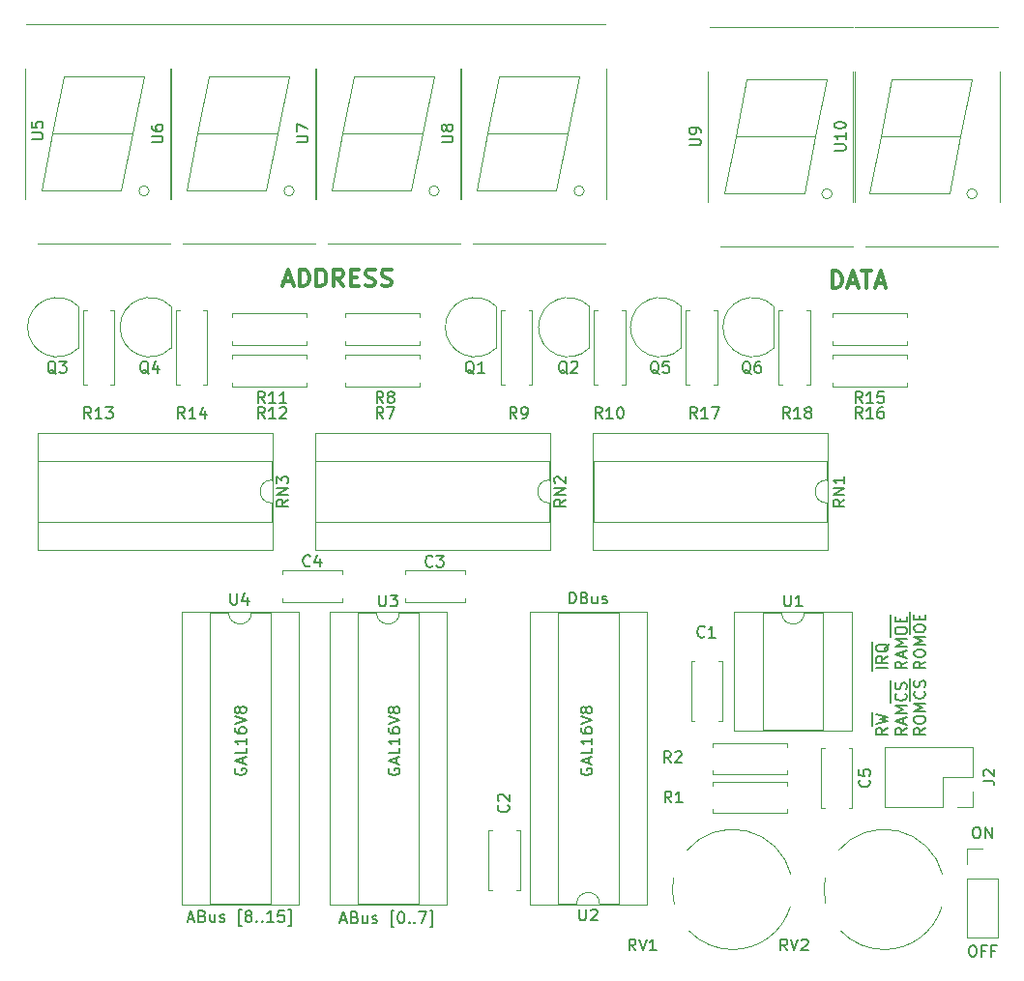
<source format=gto>
G04 #@! TF.GenerationSoftware,KiCad,Pcbnew,(5.1.9)-1*
G04 #@! TF.CreationDate,2023-04-05T16:21:32+01:00*
G04 #@! TF.ProjectId,AT65C02_HEX_rev002,41543635-4330-4325-9f48-45585f726576,rev?*
G04 #@! TF.SameCoordinates,Original*
G04 #@! TF.FileFunction,Legend,Top*
G04 #@! TF.FilePolarity,Positive*
%FSLAX46Y46*%
G04 Gerber Fmt 4.6, Leading zero omitted, Abs format (unit mm)*
G04 Created by KiCad (PCBNEW (5.1.9)-1) date 2023-04-05 16:21:32*
%MOMM*%
%LPD*%
G01*
G04 APERTURE LIST*
%ADD10C,0.150000*%
%ADD11C,0.300000*%
%ADD12C,0.120000*%
%ADD13C,1.702000*%
%ADD14O,1.626000X2.626000*%
%ADD15O,1.602000X1.152000*%
%ADD16O,1.702000X1.702000*%
%ADD17C,2.442000*%
%ADD18O,1.802000X1.802000*%
G04 APERTURE END LIST*
D10*
X218820952Y-108127380D02*
X219011428Y-108127380D01*
X219106666Y-108175000D01*
X219201904Y-108270238D01*
X219249523Y-108460714D01*
X219249523Y-108794047D01*
X219201904Y-108984523D01*
X219106666Y-109079761D01*
X219011428Y-109127380D01*
X218820952Y-109127380D01*
X218725714Y-109079761D01*
X218630476Y-108984523D01*
X218582857Y-108794047D01*
X218582857Y-108460714D01*
X218630476Y-108270238D01*
X218725714Y-108175000D01*
X218820952Y-108127380D01*
X219678095Y-109127380D02*
X219678095Y-108127380D01*
X220249523Y-109127380D01*
X220249523Y-108127380D01*
X218487619Y-118502380D02*
X218678095Y-118502380D01*
X218773333Y-118550000D01*
X218868571Y-118645238D01*
X218916190Y-118835714D01*
X218916190Y-119169047D01*
X218868571Y-119359523D01*
X218773333Y-119454761D01*
X218678095Y-119502380D01*
X218487619Y-119502380D01*
X218392380Y-119454761D01*
X218297142Y-119359523D01*
X218249523Y-119169047D01*
X218249523Y-118835714D01*
X218297142Y-118645238D01*
X218392380Y-118550000D01*
X218487619Y-118502380D01*
X219678095Y-118978571D02*
X219344761Y-118978571D01*
X219344761Y-119502380D02*
X219344761Y-118502380D01*
X219820952Y-118502380D01*
X220535238Y-118978571D02*
X220201904Y-118978571D01*
X220201904Y-119502380D02*
X220201904Y-118502380D01*
X220678095Y-118502380D01*
X211142380Y-99442976D02*
X210666190Y-99776309D01*
X211142380Y-100014404D02*
X210142380Y-100014404D01*
X210142380Y-99633452D01*
X210190000Y-99538214D01*
X210237619Y-99490595D01*
X210332857Y-99442976D01*
X210475714Y-99442976D01*
X210570952Y-99490595D01*
X210618571Y-99538214D01*
X210666190Y-99633452D01*
X210666190Y-100014404D01*
X209775000Y-99252500D02*
X209775000Y-98109642D01*
X210142380Y-99109642D02*
X211142380Y-98871547D01*
X210428095Y-98681071D01*
X211142380Y-98490595D01*
X210142380Y-98252500D01*
X212792380Y-99442976D02*
X212316190Y-99776309D01*
X212792380Y-100014404D02*
X211792380Y-100014404D01*
X211792380Y-99633452D01*
X211840000Y-99538214D01*
X211887619Y-99490595D01*
X211982857Y-99442976D01*
X212125714Y-99442976D01*
X212220952Y-99490595D01*
X212268571Y-99538214D01*
X212316190Y-99633452D01*
X212316190Y-100014404D01*
X212506666Y-99062023D02*
X212506666Y-98585833D01*
X212792380Y-99157261D02*
X211792380Y-98823928D01*
X212792380Y-98490595D01*
X212792380Y-98157261D02*
X211792380Y-98157261D01*
X212506666Y-97823928D01*
X211792380Y-97490595D01*
X212792380Y-97490595D01*
X211425000Y-97252500D02*
X211425000Y-96252500D01*
X212697142Y-96442976D02*
X212744761Y-96490595D01*
X212792380Y-96633452D01*
X212792380Y-96728690D01*
X212744761Y-96871547D01*
X212649523Y-96966785D01*
X212554285Y-97014404D01*
X212363809Y-97062023D01*
X212220952Y-97062023D01*
X212030476Y-97014404D01*
X211935238Y-96966785D01*
X211840000Y-96871547D01*
X211792380Y-96728690D01*
X211792380Y-96633452D01*
X211840000Y-96490595D01*
X211887619Y-96442976D01*
X211425000Y-96252500D02*
X211425000Y-95300119D01*
X212744761Y-96062023D02*
X212792380Y-95919166D01*
X212792380Y-95681071D01*
X212744761Y-95585833D01*
X212697142Y-95538214D01*
X212601904Y-95490595D01*
X212506666Y-95490595D01*
X212411428Y-95538214D01*
X212363809Y-95585833D01*
X212316190Y-95681071D01*
X212268571Y-95871547D01*
X212220952Y-95966785D01*
X212173333Y-96014404D01*
X212078095Y-96062023D01*
X211982857Y-96062023D01*
X211887619Y-96014404D01*
X211840000Y-95966785D01*
X211792380Y-95871547D01*
X211792380Y-95633452D01*
X211840000Y-95490595D01*
X214442380Y-99442976D02*
X213966190Y-99776309D01*
X214442380Y-100014404D02*
X213442380Y-100014404D01*
X213442380Y-99633452D01*
X213490000Y-99538214D01*
X213537619Y-99490595D01*
X213632857Y-99442976D01*
X213775714Y-99442976D01*
X213870952Y-99490595D01*
X213918571Y-99538214D01*
X213966190Y-99633452D01*
X213966190Y-100014404D01*
X213442380Y-98823928D02*
X213442380Y-98633452D01*
X213490000Y-98538214D01*
X213585238Y-98442976D01*
X213775714Y-98395357D01*
X214109047Y-98395357D01*
X214299523Y-98442976D01*
X214394761Y-98538214D01*
X214442380Y-98633452D01*
X214442380Y-98823928D01*
X214394761Y-98919166D01*
X214299523Y-99014404D01*
X214109047Y-99062023D01*
X213775714Y-99062023D01*
X213585238Y-99014404D01*
X213490000Y-98919166D01*
X213442380Y-98823928D01*
X214442380Y-97966785D02*
X213442380Y-97966785D01*
X214156666Y-97633452D01*
X213442380Y-97300119D01*
X214442380Y-97300119D01*
X213075000Y-97062023D02*
X213075000Y-96062023D01*
X214347142Y-96252500D02*
X214394761Y-96300119D01*
X214442380Y-96442976D01*
X214442380Y-96538214D01*
X214394761Y-96681071D01*
X214299523Y-96776309D01*
X214204285Y-96823928D01*
X214013809Y-96871547D01*
X213870952Y-96871547D01*
X213680476Y-96823928D01*
X213585238Y-96776309D01*
X213490000Y-96681071D01*
X213442380Y-96538214D01*
X213442380Y-96442976D01*
X213490000Y-96300119D01*
X213537619Y-96252500D01*
X213075000Y-96062023D02*
X213075000Y-95109642D01*
X214394761Y-95871547D02*
X214442380Y-95728690D01*
X214442380Y-95490595D01*
X214394761Y-95395357D01*
X214347142Y-95347738D01*
X214251904Y-95300119D01*
X214156666Y-95300119D01*
X214061428Y-95347738D01*
X214013809Y-95395357D01*
X213966190Y-95490595D01*
X213918571Y-95681071D01*
X213870952Y-95776309D01*
X213823333Y-95823928D01*
X213728095Y-95871547D01*
X213632857Y-95871547D01*
X213537619Y-95823928D01*
X213490000Y-95776309D01*
X213442380Y-95681071D01*
X213442380Y-95442976D01*
X213490000Y-95300119D01*
X163243571Y-116266666D02*
X163719761Y-116266666D01*
X163148333Y-116552380D02*
X163481666Y-115552380D01*
X163815000Y-116552380D01*
X164481666Y-116028571D02*
X164624523Y-116076190D01*
X164672142Y-116123809D01*
X164719761Y-116219047D01*
X164719761Y-116361904D01*
X164672142Y-116457142D01*
X164624523Y-116504761D01*
X164529285Y-116552380D01*
X164148333Y-116552380D01*
X164148333Y-115552380D01*
X164481666Y-115552380D01*
X164576904Y-115600000D01*
X164624523Y-115647619D01*
X164672142Y-115742857D01*
X164672142Y-115838095D01*
X164624523Y-115933333D01*
X164576904Y-115980952D01*
X164481666Y-116028571D01*
X164148333Y-116028571D01*
X165576904Y-115885714D02*
X165576904Y-116552380D01*
X165148333Y-115885714D02*
X165148333Y-116409523D01*
X165195952Y-116504761D01*
X165291190Y-116552380D01*
X165434047Y-116552380D01*
X165529285Y-116504761D01*
X165576904Y-116457142D01*
X166005476Y-116504761D02*
X166100714Y-116552380D01*
X166291190Y-116552380D01*
X166386428Y-116504761D01*
X166434047Y-116409523D01*
X166434047Y-116361904D01*
X166386428Y-116266666D01*
X166291190Y-116219047D01*
X166148333Y-116219047D01*
X166053095Y-116171428D01*
X166005476Y-116076190D01*
X166005476Y-116028571D01*
X166053095Y-115933333D01*
X166148333Y-115885714D01*
X166291190Y-115885714D01*
X166386428Y-115933333D01*
X167910238Y-116885714D02*
X167672142Y-116885714D01*
X167672142Y-115457142D01*
X167910238Y-115457142D01*
X168481666Y-115552380D02*
X168576904Y-115552380D01*
X168672142Y-115600000D01*
X168719761Y-115647619D01*
X168767380Y-115742857D01*
X168815000Y-115933333D01*
X168815000Y-116171428D01*
X168767380Y-116361904D01*
X168719761Y-116457142D01*
X168672142Y-116504761D01*
X168576904Y-116552380D01*
X168481666Y-116552380D01*
X168386428Y-116504761D01*
X168338809Y-116457142D01*
X168291190Y-116361904D01*
X168243571Y-116171428D01*
X168243571Y-115933333D01*
X168291190Y-115742857D01*
X168338809Y-115647619D01*
X168386428Y-115600000D01*
X168481666Y-115552380D01*
X169243571Y-116457142D02*
X169291190Y-116504761D01*
X169243571Y-116552380D01*
X169195952Y-116504761D01*
X169243571Y-116457142D01*
X169243571Y-116552380D01*
X169719761Y-116457142D02*
X169767380Y-116504761D01*
X169719761Y-116552380D01*
X169672142Y-116504761D01*
X169719761Y-116457142D01*
X169719761Y-116552380D01*
X170100714Y-115552380D02*
X170767380Y-115552380D01*
X170338809Y-116552380D01*
X171053095Y-116885714D02*
X171291190Y-116885714D01*
X171291190Y-115457142D01*
X171053095Y-115457142D01*
X149892380Y-116166666D02*
X150368571Y-116166666D01*
X149797142Y-116452380D02*
X150130476Y-115452380D01*
X150463809Y-116452380D01*
X151130476Y-115928571D02*
X151273333Y-115976190D01*
X151320952Y-116023809D01*
X151368571Y-116119047D01*
X151368571Y-116261904D01*
X151320952Y-116357142D01*
X151273333Y-116404761D01*
X151178095Y-116452380D01*
X150797142Y-116452380D01*
X150797142Y-115452380D01*
X151130476Y-115452380D01*
X151225714Y-115500000D01*
X151273333Y-115547619D01*
X151320952Y-115642857D01*
X151320952Y-115738095D01*
X151273333Y-115833333D01*
X151225714Y-115880952D01*
X151130476Y-115928571D01*
X150797142Y-115928571D01*
X152225714Y-115785714D02*
X152225714Y-116452380D01*
X151797142Y-115785714D02*
X151797142Y-116309523D01*
X151844761Y-116404761D01*
X151940000Y-116452380D01*
X152082857Y-116452380D01*
X152178095Y-116404761D01*
X152225714Y-116357142D01*
X152654285Y-116404761D02*
X152749523Y-116452380D01*
X152940000Y-116452380D01*
X153035238Y-116404761D01*
X153082857Y-116309523D01*
X153082857Y-116261904D01*
X153035238Y-116166666D01*
X152940000Y-116119047D01*
X152797142Y-116119047D01*
X152701904Y-116071428D01*
X152654285Y-115976190D01*
X152654285Y-115928571D01*
X152701904Y-115833333D01*
X152797142Y-115785714D01*
X152940000Y-115785714D01*
X153035238Y-115833333D01*
X154559047Y-116785714D02*
X154320952Y-116785714D01*
X154320952Y-115357142D01*
X154559047Y-115357142D01*
X155082857Y-115880952D02*
X154987619Y-115833333D01*
X154940000Y-115785714D01*
X154892380Y-115690476D01*
X154892380Y-115642857D01*
X154940000Y-115547619D01*
X154987619Y-115500000D01*
X155082857Y-115452380D01*
X155273333Y-115452380D01*
X155368571Y-115500000D01*
X155416190Y-115547619D01*
X155463809Y-115642857D01*
X155463809Y-115690476D01*
X155416190Y-115785714D01*
X155368571Y-115833333D01*
X155273333Y-115880952D01*
X155082857Y-115880952D01*
X154987619Y-115928571D01*
X154940000Y-115976190D01*
X154892380Y-116071428D01*
X154892380Y-116261904D01*
X154940000Y-116357142D01*
X154987619Y-116404761D01*
X155082857Y-116452380D01*
X155273333Y-116452380D01*
X155368571Y-116404761D01*
X155416190Y-116357142D01*
X155463809Y-116261904D01*
X155463809Y-116071428D01*
X155416190Y-115976190D01*
X155368571Y-115928571D01*
X155273333Y-115880952D01*
X155892380Y-116357142D02*
X155940000Y-116404761D01*
X155892380Y-116452380D01*
X155844761Y-116404761D01*
X155892380Y-116357142D01*
X155892380Y-116452380D01*
X156368571Y-116357142D02*
X156416190Y-116404761D01*
X156368571Y-116452380D01*
X156320952Y-116404761D01*
X156368571Y-116357142D01*
X156368571Y-116452380D01*
X157368571Y-116452380D02*
X156797142Y-116452380D01*
X157082857Y-116452380D02*
X157082857Y-115452380D01*
X156987619Y-115595238D01*
X156892380Y-115690476D01*
X156797142Y-115738095D01*
X158273333Y-115452380D02*
X157797142Y-115452380D01*
X157749523Y-115928571D01*
X157797142Y-115880952D01*
X157892380Y-115833333D01*
X158130476Y-115833333D01*
X158225714Y-115880952D01*
X158273333Y-115928571D01*
X158320952Y-116023809D01*
X158320952Y-116261904D01*
X158273333Y-116357142D01*
X158225714Y-116404761D01*
X158130476Y-116452380D01*
X157892380Y-116452380D01*
X157797142Y-116404761D01*
X157749523Y-116357142D01*
X158654285Y-116785714D02*
X158892380Y-116785714D01*
X158892380Y-115357142D01*
X158654285Y-115357142D01*
X183270952Y-88552380D02*
X183270952Y-87552380D01*
X183509047Y-87552380D01*
X183651904Y-87600000D01*
X183747142Y-87695238D01*
X183794761Y-87790476D01*
X183842380Y-87980952D01*
X183842380Y-88123809D01*
X183794761Y-88314285D01*
X183747142Y-88409523D01*
X183651904Y-88504761D01*
X183509047Y-88552380D01*
X183270952Y-88552380D01*
X184604285Y-88028571D02*
X184747142Y-88076190D01*
X184794761Y-88123809D01*
X184842380Y-88219047D01*
X184842380Y-88361904D01*
X184794761Y-88457142D01*
X184747142Y-88504761D01*
X184651904Y-88552380D01*
X184270952Y-88552380D01*
X184270952Y-87552380D01*
X184604285Y-87552380D01*
X184699523Y-87600000D01*
X184747142Y-87647619D01*
X184794761Y-87742857D01*
X184794761Y-87838095D01*
X184747142Y-87933333D01*
X184699523Y-87980952D01*
X184604285Y-88028571D01*
X184270952Y-88028571D01*
X185699523Y-87885714D02*
X185699523Y-88552380D01*
X185270952Y-87885714D02*
X185270952Y-88409523D01*
X185318571Y-88504761D01*
X185413809Y-88552380D01*
X185556666Y-88552380D01*
X185651904Y-88504761D01*
X185699523Y-88457142D01*
X186128095Y-88504761D02*
X186223333Y-88552380D01*
X186413809Y-88552380D01*
X186509047Y-88504761D01*
X186556666Y-88409523D01*
X186556666Y-88361904D01*
X186509047Y-88266666D01*
X186413809Y-88219047D01*
X186270952Y-88219047D01*
X186175714Y-88171428D01*
X186128095Y-88076190D01*
X186128095Y-88028571D01*
X186175714Y-87933333D01*
X186270952Y-87885714D01*
X186413809Y-87885714D01*
X186509047Y-87933333D01*
X184315000Y-103003571D02*
X184267380Y-103098809D01*
X184267380Y-103241666D01*
X184315000Y-103384523D01*
X184410238Y-103479761D01*
X184505476Y-103527380D01*
X184695952Y-103575000D01*
X184838809Y-103575000D01*
X185029285Y-103527380D01*
X185124523Y-103479761D01*
X185219761Y-103384523D01*
X185267380Y-103241666D01*
X185267380Y-103146428D01*
X185219761Y-103003571D01*
X185172142Y-102955952D01*
X184838809Y-102955952D01*
X184838809Y-103146428D01*
X184981666Y-102575000D02*
X184981666Y-102098809D01*
X185267380Y-102670238D02*
X184267380Y-102336904D01*
X185267380Y-102003571D01*
X185267380Y-101194047D02*
X185267380Y-101670238D01*
X184267380Y-101670238D01*
X185267380Y-100336904D02*
X185267380Y-100908333D01*
X185267380Y-100622619D02*
X184267380Y-100622619D01*
X184410238Y-100717857D01*
X184505476Y-100813095D01*
X184553095Y-100908333D01*
X184267380Y-99479761D02*
X184267380Y-99670238D01*
X184315000Y-99765476D01*
X184362619Y-99813095D01*
X184505476Y-99908333D01*
X184695952Y-99955952D01*
X185076904Y-99955952D01*
X185172142Y-99908333D01*
X185219761Y-99860714D01*
X185267380Y-99765476D01*
X185267380Y-99575000D01*
X185219761Y-99479761D01*
X185172142Y-99432142D01*
X185076904Y-99384523D01*
X184838809Y-99384523D01*
X184743571Y-99432142D01*
X184695952Y-99479761D01*
X184648333Y-99575000D01*
X184648333Y-99765476D01*
X184695952Y-99860714D01*
X184743571Y-99908333D01*
X184838809Y-99955952D01*
X184267380Y-99098809D02*
X185267380Y-98765476D01*
X184267380Y-98432142D01*
X184695952Y-97955952D02*
X184648333Y-98051190D01*
X184600714Y-98098809D01*
X184505476Y-98146428D01*
X184457857Y-98146428D01*
X184362619Y-98098809D01*
X184315000Y-98051190D01*
X184267380Y-97955952D01*
X184267380Y-97765476D01*
X184315000Y-97670238D01*
X184362619Y-97622619D01*
X184457857Y-97575000D01*
X184505476Y-97575000D01*
X184600714Y-97622619D01*
X184648333Y-97670238D01*
X184695952Y-97765476D01*
X184695952Y-97955952D01*
X184743571Y-98051190D01*
X184791190Y-98098809D01*
X184886428Y-98146428D01*
X185076904Y-98146428D01*
X185172142Y-98098809D01*
X185219761Y-98051190D01*
X185267380Y-97955952D01*
X185267380Y-97765476D01*
X185219761Y-97670238D01*
X185172142Y-97622619D01*
X185076904Y-97575000D01*
X184886428Y-97575000D01*
X184791190Y-97622619D01*
X184743571Y-97670238D01*
X184695952Y-97765476D01*
X167465000Y-103003571D02*
X167417380Y-103098809D01*
X167417380Y-103241666D01*
X167465000Y-103384523D01*
X167560238Y-103479761D01*
X167655476Y-103527380D01*
X167845952Y-103575000D01*
X167988809Y-103575000D01*
X168179285Y-103527380D01*
X168274523Y-103479761D01*
X168369761Y-103384523D01*
X168417380Y-103241666D01*
X168417380Y-103146428D01*
X168369761Y-103003571D01*
X168322142Y-102955952D01*
X167988809Y-102955952D01*
X167988809Y-103146428D01*
X168131666Y-102575000D02*
X168131666Y-102098809D01*
X168417380Y-102670238D02*
X167417380Y-102336904D01*
X168417380Y-102003571D01*
X168417380Y-101194047D02*
X168417380Y-101670238D01*
X167417380Y-101670238D01*
X168417380Y-100336904D02*
X168417380Y-100908333D01*
X168417380Y-100622619D02*
X167417380Y-100622619D01*
X167560238Y-100717857D01*
X167655476Y-100813095D01*
X167703095Y-100908333D01*
X167417380Y-99479761D02*
X167417380Y-99670238D01*
X167465000Y-99765476D01*
X167512619Y-99813095D01*
X167655476Y-99908333D01*
X167845952Y-99955952D01*
X168226904Y-99955952D01*
X168322142Y-99908333D01*
X168369761Y-99860714D01*
X168417380Y-99765476D01*
X168417380Y-99575000D01*
X168369761Y-99479761D01*
X168322142Y-99432142D01*
X168226904Y-99384523D01*
X167988809Y-99384523D01*
X167893571Y-99432142D01*
X167845952Y-99479761D01*
X167798333Y-99575000D01*
X167798333Y-99765476D01*
X167845952Y-99860714D01*
X167893571Y-99908333D01*
X167988809Y-99955952D01*
X167417380Y-99098809D02*
X168417380Y-98765476D01*
X167417380Y-98432142D01*
X167845952Y-97955952D02*
X167798333Y-98051190D01*
X167750714Y-98098809D01*
X167655476Y-98146428D01*
X167607857Y-98146428D01*
X167512619Y-98098809D01*
X167465000Y-98051190D01*
X167417380Y-97955952D01*
X167417380Y-97765476D01*
X167465000Y-97670238D01*
X167512619Y-97622619D01*
X167607857Y-97575000D01*
X167655476Y-97575000D01*
X167750714Y-97622619D01*
X167798333Y-97670238D01*
X167845952Y-97765476D01*
X167845952Y-97955952D01*
X167893571Y-98051190D01*
X167941190Y-98098809D01*
X168036428Y-98146428D01*
X168226904Y-98146428D01*
X168322142Y-98098809D01*
X168369761Y-98051190D01*
X168417380Y-97955952D01*
X168417380Y-97765476D01*
X168369761Y-97670238D01*
X168322142Y-97622619D01*
X168226904Y-97575000D01*
X168036428Y-97575000D01*
X167941190Y-97622619D01*
X167893571Y-97670238D01*
X167845952Y-97765476D01*
X209775000Y-94452500D02*
X209775000Y-93976309D01*
X211142380Y-94214404D02*
X210142380Y-94214404D01*
X209775000Y-93976309D02*
X209775000Y-92976309D01*
X211142380Y-93166785D02*
X210666190Y-93500119D01*
X211142380Y-93738214D02*
X210142380Y-93738214D01*
X210142380Y-93357261D01*
X210190000Y-93262023D01*
X210237619Y-93214404D01*
X210332857Y-93166785D01*
X210475714Y-93166785D01*
X210570952Y-93214404D01*
X210618571Y-93262023D01*
X210666190Y-93357261D01*
X210666190Y-93738214D01*
X209775000Y-92976309D02*
X209775000Y-91928690D01*
X211237619Y-92071547D02*
X211190000Y-92166785D01*
X211094761Y-92262023D01*
X210951904Y-92404880D01*
X210904285Y-92500119D01*
X210904285Y-92595357D01*
X211142380Y-92547738D02*
X211094761Y-92642976D01*
X210999523Y-92738214D01*
X210809047Y-92785833D01*
X210475714Y-92785833D01*
X210285238Y-92738214D01*
X210190000Y-92642976D01*
X210142380Y-92547738D01*
X210142380Y-92357261D01*
X210190000Y-92262023D01*
X210285238Y-92166785D01*
X210475714Y-92119166D01*
X210809047Y-92119166D01*
X210999523Y-92166785D01*
X211094761Y-92262023D01*
X211142380Y-92357261D01*
X211142380Y-92547738D01*
X212792380Y-93642976D02*
X212316190Y-93976309D01*
X212792380Y-94214404D02*
X211792380Y-94214404D01*
X211792380Y-93833452D01*
X211840000Y-93738214D01*
X211887619Y-93690595D01*
X211982857Y-93642976D01*
X212125714Y-93642976D01*
X212220952Y-93690595D01*
X212268571Y-93738214D01*
X212316190Y-93833452D01*
X212316190Y-94214404D01*
X212506666Y-93262023D02*
X212506666Y-92785833D01*
X212792380Y-93357261D02*
X211792380Y-93023928D01*
X212792380Y-92690595D01*
X212792380Y-92357261D02*
X211792380Y-92357261D01*
X212506666Y-92023928D01*
X211792380Y-91690595D01*
X212792380Y-91690595D01*
X211425000Y-91452500D02*
X211425000Y-90404880D01*
X211792380Y-91023928D02*
X211792380Y-90833452D01*
X211840000Y-90738214D01*
X211935238Y-90642976D01*
X212125714Y-90595357D01*
X212459047Y-90595357D01*
X212649523Y-90642976D01*
X212744761Y-90738214D01*
X212792380Y-90833452D01*
X212792380Y-91023928D01*
X212744761Y-91119166D01*
X212649523Y-91214404D01*
X212459047Y-91262023D01*
X212125714Y-91262023D01*
X211935238Y-91214404D01*
X211840000Y-91119166D01*
X211792380Y-91023928D01*
X211425000Y-90404880D02*
X211425000Y-89500119D01*
X212268571Y-90166785D02*
X212268571Y-89833452D01*
X212792380Y-89690595D02*
X212792380Y-90166785D01*
X211792380Y-90166785D01*
X211792380Y-89690595D01*
X214442380Y-93642976D02*
X213966190Y-93976309D01*
X214442380Y-94214404D02*
X213442380Y-94214404D01*
X213442380Y-93833452D01*
X213490000Y-93738214D01*
X213537619Y-93690595D01*
X213632857Y-93642976D01*
X213775714Y-93642976D01*
X213870952Y-93690595D01*
X213918571Y-93738214D01*
X213966190Y-93833452D01*
X213966190Y-94214404D01*
X213442380Y-93023928D02*
X213442380Y-92833452D01*
X213490000Y-92738214D01*
X213585238Y-92642976D01*
X213775714Y-92595357D01*
X214109047Y-92595357D01*
X214299523Y-92642976D01*
X214394761Y-92738214D01*
X214442380Y-92833452D01*
X214442380Y-93023928D01*
X214394761Y-93119166D01*
X214299523Y-93214404D01*
X214109047Y-93262023D01*
X213775714Y-93262023D01*
X213585238Y-93214404D01*
X213490000Y-93119166D01*
X213442380Y-93023928D01*
X214442380Y-92166785D02*
X213442380Y-92166785D01*
X214156666Y-91833452D01*
X213442380Y-91500119D01*
X214442380Y-91500119D01*
X213075000Y-91262023D02*
X213075000Y-90214404D01*
X213442380Y-90833452D02*
X213442380Y-90642976D01*
X213490000Y-90547738D01*
X213585238Y-90452500D01*
X213775714Y-90404880D01*
X214109047Y-90404880D01*
X214299523Y-90452500D01*
X214394761Y-90547738D01*
X214442380Y-90642976D01*
X214442380Y-90833452D01*
X214394761Y-90928690D01*
X214299523Y-91023928D01*
X214109047Y-91071547D01*
X213775714Y-91071547D01*
X213585238Y-91023928D01*
X213490000Y-90928690D01*
X213442380Y-90833452D01*
X213075000Y-90214404D02*
X213075000Y-89309642D01*
X213918571Y-89976309D02*
X213918571Y-89642976D01*
X214442380Y-89500119D02*
X214442380Y-89976309D01*
X213442380Y-89976309D01*
X213442380Y-89500119D01*
X154015000Y-103003571D02*
X153967380Y-103098809D01*
X153967380Y-103241666D01*
X154015000Y-103384523D01*
X154110238Y-103479761D01*
X154205476Y-103527380D01*
X154395952Y-103575000D01*
X154538809Y-103575000D01*
X154729285Y-103527380D01*
X154824523Y-103479761D01*
X154919761Y-103384523D01*
X154967380Y-103241666D01*
X154967380Y-103146428D01*
X154919761Y-103003571D01*
X154872142Y-102955952D01*
X154538809Y-102955952D01*
X154538809Y-103146428D01*
X154681666Y-102575000D02*
X154681666Y-102098809D01*
X154967380Y-102670238D02*
X153967380Y-102336904D01*
X154967380Y-102003571D01*
X154967380Y-101194047D02*
X154967380Y-101670238D01*
X153967380Y-101670238D01*
X154967380Y-100336904D02*
X154967380Y-100908333D01*
X154967380Y-100622619D02*
X153967380Y-100622619D01*
X154110238Y-100717857D01*
X154205476Y-100813095D01*
X154253095Y-100908333D01*
X153967380Y-99479761D02*
X153967380Y-99670238D01*
X154015000Y-99765476D01*
X154062619Y-99813095D01*
X154205476Y-99908333D01*
X154395952Y-99955952D01*
X154776904Y-99955952D01*
X154872142Y-99908333D01*
X154919761Y-99860714D01*
X154967380Y-99765476D01*
X154967380Y-99575000D01*
X154919761Y-99479761D01*
X154872142Y-99432142D01*
X154776904Y-99384523D01*
X154538809Y-99384523D01*
X154443571Y-99432142D01*
X154395952Y-99479761D01*
X154348333Y-99575000D01*
X154348333Y-99765476D01*
X154395952Y-99860714D01*
X154443571Y-99908333D01*
X154538809Y-99955952D01*
X153967380Y-99098809D02*
X154967380Y-98765476D01*
X153967380Y-98432142D01*
X154395952Y-97955952D02*
X154348333Y-98051190D01*
X154300714Y-98098809D01*
X154205476Y-98146428D01*
X154157857Y-98146428D01*
X154062619Y-98098809D01*
X154015000Y-98051190D01*
X153967380Y-97955952D01*
X153967380Y-97765476D01*
X154015000Y-97670238D01*
X154062619Y-97622619D01*
X154157857Y-97575000D01*
X154205476Y-97575000D01*
X154300714Y-97622619D01*
X154348333Y-97670238D01*
X154395952Y-97765476D01*
X154395952Y-97955952D01*
X154443571Y-98051190D01*
X154491190Y-98098809D01*
X154586428Y-98146428D01*
X154776904Y-98146428D01*
X154872142Y-98098809D01*
X154919761Y-98051190D01*
X154967380Y-97955952D01*
X154967380Y-97765476D01*
X154919761Y-97670238D01*
X154872142Y-97622619D01*
X154776904Y-97575000D01*
X154586428Y-97575000D01*
X154491190Y-97622619D01*
X154443571Y-97670238D01*
X154395952Y-97765476D01*
D11*
X206290000Y-60928571D02*
X206290000Y-59428571D01*
X206647142Y-59428571D01*
X206861428Y-59500000D01*
X207004285Y-59642857D01*
X207075714Y-59785714D01*
X207147142Y-60071428D01*
X207147142Y-60285714D01*
X207075714Y-60571428D01*
X207004285Y-60714285D01*
X206861428Y-60857142D01*
X206647142Y-60928571D01*
X206290000Y-60928571D01*
X207718571Y-60500000D02*
X208432857Y-60500000D01*
X207575714Y-60928571D02*
X208075714Y-59428571D01*
X208575714Y-60928571D01*
X208861428Y-59428571D02*
X209718571Y-59428571D01*
X209290000Y-60928571D02*
X209290000Y-59428571D01*
X210147142Y-60500000D02*
X210861428Y-60500000D01*
X210004285Y-60928571D02*
X210504285Y-59428571D01*
X211004285Y-60928571D01*
X158261714Y-60342000D02*
X158976000Y-60342000D01*
X158118857Y-60770571D02*
X158618857Y-59270571D01*
X159118857Y-60770571D01*
X159618857Y-60770571D02*
X159618857Y-59270571D01*
X159976000Y-59270571D01*
X160190285Y-59342000D01*
X160333142Y-59484857D01*
X160404571Y-59627714D01*
X160476000Y-59913428D01*
X160476000Y-60127714D01*
X160404571Y-60413428D01*
X160333142Y-60556285D01*
X160190285Y-60699142D01*
X159976000Y-60770571D01*
X159618857Y-60770571D01*
X161118857Y-60770571D02*
X161118857Y-59270571D01*
X161476000Y-59270571D01*
X161690285Y-59342000D01*
X161833142Y-59484857D01*
X161904571Y-59627714D01*
X161976000Y-59913428D01*
X161976000Y-60127714D01*
X161904571Y-60413428D01*
X161833142Y-60556285D01*
X161690285Y-60699142D01*
X161476000Y-60770571D01*
X161118857Y-60770571D01*
X163476000Y-60770571D02*
X162976000Y-60056285D01*
X162618857Y-60770571D02*
X162618857Y-59270571D01*
X163190285Y-59270571D01*
X163333142Y-59342000D01*
X163404571Y-59413428D01*
X163476000Y-59556285D01*
X163476000Y-59770571D01*
X163404571Y-59913428D01*
X163333142Y-59984857D01*
X163190285Y-60056285D01*
X162618857Y-60056285D01*
X164118857Y-59984857D02*
X164618857Y-59984857D01*
X164833142Y-60770571D02*
X164118857Y-60770571D01*
X164118857Y-59270571D01*
X164833142Y-59270571D01*
X165404571Y-60699142D02*
X165618857Y-60770571D01*
X165976000Y-60770571D01*
X166118857Y-60699142D01*
X166190285Y-60627714D01*
X166261714Y-60484857D01*
X166261714Y-60342000D01*
X166190285Y-60199142D01*
X166118857Y-60127714D01*
X165976000Y-60056285D01*
X165690285Y-59984857D01*
X165547428Y-59913428D01*
X165476000Y-59842000D01*
X165404571Y-59699142D01*
X165404571Y-59556285D01*
X165476000Y-59413428D01*
X165547428Y-59342000D01*
X165690285Y-59270571D01*
X166047428Y-59270571D01*
X166261714Y-59342000D01*
X166833142Y-60699142D02*
X167047428Y-60770571D01*
X167404571Y-60770571D01*
X167547428Y-60699142D01*
X167618857Y-60627714D01*
X167690285Y-60484857D01*
X167690285Y-60342000D01*
X167618857Y-60199142D01*
X167547428Y-60127714D01*
X167404571Y-60056285D01*
X167118857Y-59984857D01*
X166976000Y-59913428D01*
X166904571Y-59842000D01*
X166833142Y-59699142D01*
X166833142Y-59556285D01*
X166904571Y-59413428D01*
X166976000Y-59342000D01*
X167118857Y-59270571D01*
X167476000Y-59270571D01*
X167690285Y-59342000D01*
D12*
X168895000Y-85995000D02*
X168895000Y-85680000D01*
X168895000Y-88420000D02*
X168895000Y-88105000D01*
X174135000Y-85995000D02*
X174135000Y-85680000D01*
X174135000Y-88420000D02*
X174135000Y-88105000D01*
X174135000Y-85680000D02*
X168895000Y-85680000D01*
X174135000Y-88420000D02*
X168895000Y-88420000D01*
X158122000Y-85680000D02*
X163362000Y-85680000D01*
X158122000Y-88420000D02*
X163362000Y-88420000D01*
X158122000Y-85680000D02*
X158122000Y-85995000D01*
X158122000Y-88105000D02*
X158122000Y-88420000D01*
X163362000Y-85680000D02*
X163362000Y-85995000D01*
X163362000Y-88105000D02*
X163362000Y-88420000D01*
X178620000Y-108405000D02*
X178935000Y-108405000D01*
X176195000Y-108405000D02*
X176510000Y-108405000D01*
X178620000Y-113645000D02*
X178935000Y-113645000D01*
X176195000Y-113645000D02*
X176510000Y-113645000D01*
X178935000Y-113645000D02*
X178935000Y-108405000D01*
X176195000Y-113645000D02*
X176195000Y-108405000D01*
X218965214Y-52662000D02*
G75*
G03*
X218965214Y-52662000I-447214J0D01*
G01*
X211518000Y-42662000D02*
X218518000Y-42662000D01*
X217518000Y-47662000D02*
X210518000Y-47662000D01*
X218518000Y-42662000D02*
X217518000Y-47662000D01*
X216518000Y-52662000D02*
X217518000Y-47662000D01*
X209518000Y-52662000D02*
X216518000Y-52662000D01*
X210518000Y-47662000D02*
X209518000Y-52662000D01*
X211518000Y-42662000D02*
X210518000Y-47662000D01*
X220818000Y-38027000D02*
X208218000Y-38027000D01*
X209218000Y-57297000D02*
X220818000Y-57297000D01*
X220928000Y-53377000D02*
X220928000Y-41947000D01*
X208108000Y-53377000D02*
X208108000Y-41947000D01*
X193920000Y-98870000D02*
X193920000Y-93630000D01*
X196660000Y-98870000D02*
X196660000Y-93630000D01*
X193920000Y-98870000D02*
X194235000Y-98870000D01*
X196345000Y-98870000D02*
X196660000Y-98870000D01*
X193920000Y-93630000D02*
X194235000Y-93630000D01*
X196345000Y-93630000D02*
X196660000Y-93630000D01*
X176856000Y-66150000D02*
X176856000Y-62550000D01*
X176844478Y-62511522D02*
G75*
G03*
X172406000Y-64350000I-1838478J-1838478D01*
G01*
X176844478Y-66188478D02*
G75*
G02*
X172406000Y-64350000I-1838478J1838478D01*
G01*
X185016000Y-66150000D02*
X185016000Y-62550000D01*
X185004478Y-66188478D02*
G75*
G02*
X180566000Y-64350000I-1838478J1838478D01*
G01*
X185004478Y-62511522D02*
G75*
G03*
X180566000Y-64350000I-1838478J-1838478D01*
G01*
X202370000Y-106895000D02*
X202370000Y-106565000D01*
X195830000Y-106895000D02*
X202370000Y-106895000D01*
X195830000Y-106565000D02*
X195830000Y-106895000D01*
X202370000Y-104155000D02*
X202370000Y-104485000D01*
X195830000Y-104155000D02*
X202370000Y-104155000D01*
X195830000Y-104485000D02*
X195830000Y-104155000D01*
X195830000Y-101110000D02*
X195830000Y-100780000D01*
X195830000Y-100780000D02*
X202370000Y-100780000D01*
X202370000Y-100780000D02*
X202370000Y-101110000D01*
X195830000Y-103190000D02*
X195830000Y-103520000D01*
X195830000Y-103520000D02*
X202370000Y-103520000D01*
X202370000Y-103520000D02*
X202370000Y-103190000D01*
X187846000Y-62830000D02*
X188176000Y-62830000D01*
X188176000Y-62830000D02*
X188176000Y-69370000D01*
X188176000Y-69370000D02*
X187846000Y-69370000D01*
X185766000Y-62830000D02*
X185436000Y-62830000D01*
X185436000Y-62830000D02*
X185436000Y-69370000D01*
X185436000Y-69370000D02*
X185766000Y-69370000D01*
X153702000Y-63150000D02*
X153702000Y-63480000D01*
X160242000Y-63150000D02*
X153702000Y-63150000D01*
X160242000Y-63480000D02*
X160242000Y-63150000D01*
X153702000Y-65890000D02*
X153702000Y-65560000D01*
X160242000Y-65890000D02*
X153702000Y-65890000D01*
X160242000Y-65560000D02*
X160242000Y-65890000D01*
X185912000Y-114868000D02*
X187562000Y-114868000D01*
X187562000Y-114868000D02*
X187562000Y-89348000D01*
X187562000Y-89348000D02*
X182262000Y-89348000D01*
X182262000Y-89348000D02*
X182262000Y-114868000D01*
X182262000Y-114868000D02*
X183912000Y-114868000D01*
X190052000Y-114928000D02*
X190052000Y-89288000D01*
X190052000Y-89288000D02*
X179772000Y-89288000D01*
X179772000Y-89288000D02*
X179772000Y-114928000D01*
X179772000Y-114928000D02*
X190052000Y-114928000D01*
X183912000Y-114868000D02*
G75*
G02*
X185912000Y-114868000I1000000J0D01*
G01*
X201850000Y-89348000D02*
X200200000Y-89348000D01*
X200200000Y-89348000D02*
X200200000Y-99628000D01*
X200200000Y-99628000D02*
X205500000Y-99628000D01*
X205500000Y-99628000D02*
X205500000Y-89348000D01*
X205500000Y-89348000D02*
X203850000Y-89348000D01*
X197710000Y-89288000D02*
X197710000Y-99688000D01*
X197710000Y-99688000D02*
X207990000Y-99688000D01*
X207990000Y-99688000D02*
X207990000Y-89288000D01*
X207990000Y-89288000D02*
X197710000Y-89288000D01*
X203850000Y-89348000D02*
G75*
G02*
X201850000Y-89348000I-1000000J0D01*
G01*
X140274000Y-66150000D02*
X140274000Y-62550000D01*
X140262478Y-62511522D02*
G75*
G03*
X135824000Y-64350000I-1838478J-1838478D01*
G01*
X140262478Y-66188478D02*
G75*
G02*
X135824000Y-64350000I-1838478J1838478D01*
G01*
X148379333Y-66150000D02*
X148379333Y-62550000D01*
X148367811Y-66188478D02*
G75*
G02*
X143929333Y-64350000I-1838478J1838478D01*
G01*
X148367811Y-62511522D02*
G75*
G03*
X143929333Y-64350000I-1838478J-1838478D01*
G01*
X193060666Y-66150000D02*
X193060666Y-62550000D01*
X193049144Y-66188478D02*
G75*
G02*
X188610666Y-64350000I-1838478J1838478D01*
G01*
X193049144Y-62511522D02*
G75*
G03*
X188610666Y-64350000I-1838478J-1838478D01*
G01*
X201166000Y-66150000D02*
X201166000Y-62550000D01*
X201154478Y-62511522D02*
G75*
G03*
X196716000Y-64350000I-1838478J-1838478D01*
G01*
X201154478Y-66188478D02*
G75*
G02*
X196716000Y-64350000I-1838478J1838478D01*
G01*
X153702000Y-66790000D02*
X153702000Y-67120000D01*
X160242000Y-66790000D02*
X153702000Y-66790000D01*
X160242000Y-67120000D02*
X160242000Y-66790000D01*
X153702000Y-69530000D02*
X153702000Y-69200000D01*
X160242000Y-69530000D02*
X153702000Y-69530000D01*
X160242000Y-69200000D02*
X160242000Y-69530000D01*
X140694000Y-69370000D02*
X141024000Y-69370000D01*
X140694000Y-62830000D02*
X140694000Y-69370000D01*
X141024000Y-62830000D02*
X140694000Y-62830000D01*
X143434000Y-69370000D02*
X143104000Y-69370000D01*
X143434000Y-62830000D02*
X143434000Y-69370000D01*
X143104000Y-62830000D02*
X143434000Y-62830000D01*
X151209333Y-62830000D02*
X151539333Y-62830000D01*
X151539333Y-62830000D02*
X151539333Y-69370000D01*
X151539333Y-69370000D02*
X151209333Y-69370000D01*
X149129333Y-62830000D02*
X148799333Y-62830000D01*
X148799333Y-62830000D02*
X148799333Y-69370000D01*
X148799333Y-69370000D02*
X149129333Y-69370000D01*
X206280000Y-63480000D02*
X206280000Y-63150000D01*
X206280000Y-63150000D02*
X212820000Y-63150000D01*
X212820000Y-63150000D02*
X212820000Y-63480000D01*
X206280000Y-65560000D02*
X206280000Y-65890000D01*
X206280000Y-65890000D02*
X212820000Y-65890000D01*
X212820000Y-65890000D02*
X212820000Y-65560000D01*
X205800000Y-77740000D02*
X205800000Y-76090000D01*
X205800000Y-76090000D02*
X185360000Y-76090000D01*
X185360000Y-76090000D02*
X185360000Y-81390000D01*
X185360000Y-81390000D02*
X205800000Y-81390000D01*
X205800000Y-81390000D02*
X205800000Y-79740000D01*
X205860000Y-73600000D02*
X185300000Y-73600000D01*
X185300000Y-73600000D02*
X185300000Y-83880000D01*
X185300000Y-83880000D02*
X205860000Y-83880000D01*
X205860000Y-83880000D02*
X205860000Y-73600000D01*
X205800000Y-79740000D02*
G75*
G02*
X205800000Y-77740000I0J1000000D01*
G01*
X181557000Y-83880000D02*
X181557000Y-73600000D01*
X160997000Y-83880000D02*
X181557000Y-83880000D01*
X160997000Y-73600000D02*
X160997000Y-83880000D01*
X181557000Y-73600000D02*
X160997000Y-73600000D01*
X181497000Y-81390000D02*
X181497000Y-79740000D01*
X161057000Y-81390000D02*
X181497000Y-81390000D01*
X161057000Y-76090000D02*
X161057000Y-81390000D01*
X181497000Y-76090000D02*
X161057000Y-76090000D01*
X181497000Y-77740000D02*
X181497000Y-76090000D01*
X181497000Y-79740000D02*
G75*
G02*
X181497000Y-77740000I0J1000000D01*
G01*
X170148000Y-69530000D02*
X170148000Y-69200000D01*
X163608000Y-69530000D02*
X170148000Y-69530000D01*
X163608000Y-69200000D02*
X163608000Y-69530000D01*
X170148000Y-66790000D02*
X170148000Y-67120000D01*
X163608000Y-66790000D02*
X170148000Y-66790000D01*
X163608000Y-67120000D02*
X163608000Y-66790000D01*
X170148000Y-65890000D02*
X170148000Y-65560000D01*
X163608000Y-65890000D02*
X170148000Y-65890000D01*
X163608000Y-65560000D02*
X163608000Y-65890000D01*
X170148000Y-63150000D02*
X170148000Y-63480000D01*
X163608000Y-63150000D02*
X170148000Y-63150000D01*
X163608000Y-63480000D02*
X163608000Y-63150000D01*
X177276000Y-69370000D02*
X177606000Y-69370000D01*
X177276000Y-62830000D02*
X177276000Y-69370000D01*
X177606000Y-62830000D02*
X177276000Y-62830000D01*
X180016000Y-69370000D02*
X179686000Y-69370000D01*
X180016000Y-62830000D02*
X180016000Y-69370000D01*
X179686000Y-62830000D02*
X180016000Y-62830000D01*
X206280000Y-67120000D02*
X206280000Y-66790000D01*
X206280000Y-66790000D02*
X212820000Y-66790000D01*
X212820000Y-66790000D02*
X212820000Y-67120000D01*
X206280000Y-69200000D02*
X206280000Y-69530000D01*
X206280000Y-69530000D02*
X212820000Y-69530000D01*
X212820000Y-69530000D02*
X212820000Y-69200000D01*
X195890666Y-62830000D02*
X196220666Y-62830000D01*
X196220666Y-62830000D02*
X196220666Y-69370000D01*
X196220666Y-69370000D02*
X195890666Y-69370000D01*
X193810666Y-62830000D02*
X193480666Y-62830000D01*
X193480666Y-62830000D02*
X193480666Y-69370000D01*
X193480666Y-69370000D02*
X193810666Y-69370000D01*
X203996000Y-62830000D02*
X204326000Y-62830000D01*
X204326000Y-62830000D02*
X204326000Y-69370000D01*
X204326000Y-69370000D02*
X203996000Y-69370000D01*
X201916000Y-62830000D02*
X201586000Y-62830000D01*
X201586000Y-62830000D02*
X201586000Y-69370000D01*
X201586000Y-69370000D02*
X201916000Y-69370000D01*
X157194000Y-77740000D02*
X157194000Y-76090000D01*
X157194000Y-76090000D02*
X136754000Y-76090000D01*
X136754000Y-76090000D02*
X136754000Y-81390000D01*
X136754000Y-81390000D02*
X157194000Y-81390000D01*
X157194000Y-81390000D02*
X157194000Y-79740000D01*
X157254000Y-73600000D02*
X136694000Y-73600000D01*
X136694000Y-73600000D02*
X136694000Y-83880000D01*
X136694000Y-83880000D02*
X157254000Y-83880000D01*
X157254000Y-83880000D02*
X157254000Y-73600000D01*
X157194000Y-79740000D02*
G75*
G02*
X157194000Y-77740000I0J1000000D01*
G01*
X166386000Y-89348000D02*
X164736000Y-89348000D01*
X164736000Y-89348000D02*
X164736000Y-114868000D01*
X164736000Y-114868000D02*
X170036000Y-114868000D01*
X170036000Y-114868000D02*
X170036000Y-89348000D01*
X170036000Y-89348000D02*
X168386000Y-89348000D01*
X162246000Y-89288000D02*
X162246000Y-114928000D01*
X162246000Y-114928000D02*
X172526000Y-114928000D01*
X172526000Y-114928000D02*
X172526000Y-89288000D01*
X172526000Y-89288000D02*
X162246000Y-89288000D01*
X168386000Y-89348000D02*
G75*
G02*
X166386000Y-89348000I-1000000J0D01*
G01*
X159572000Y-89288000D02*
X149292000Y-89288000D01*
X159572000Y-114928000D02*
X159572000Y-89288000D01*
X149292000Y-114928000D02*
X159572000Y-114928000D01*
X149292000Y-89288000D02*
X149292000Y-114928000D01*
X157082000Y-89348000D02*
X155432000Y-89348000D01*
X157082000Y-114868000D02*
X157082000Y-89348000D01*
X151782000Y-114868000D02*
X157082000Y-114868000D01*
X151782000Y-89348000D02*
X151782000Y-114868000D01*
X153432000Y-89348000D02*
X151782000Y-89348000D01*
X155432000Y-89348000D02*
G75*
G02*
X153432000Y-89348000I-1000000J0D01*
G01*
X135610000Y-53123000D02*
X135610000Y-41693000D01*
X148430000Y-53123000D02*
X148430000Y-41693000D01*
X136720000Y-57043000D02*
X148320000Y-57043000D01*
X148320000Y-37773000D02*
X135720000Y-37773000D01*
X139020000Y-42408000D02*
X138020000Y-47408000D01*
X138020000Y-47408000D02*
X137020000Y-52408000D01*
X137020000Y-52408000D02*
X144020000Y-52408000D01*
X144020000Y-52408000D02*
X145020000Y-47408000D01*
X146020000Y-42408000D02*
X145020000Y-47408000D01*
X145020000Y-47408000D02*
X138020000Y-47408000D01*
X139020000Y-42408000D02*
X146020000Y-42408000D01*
X146467214Y-52408000D02*
G75*
G03*
X146467214Y-52408000I-447214J0D01*
G01*
X159167214Y-52408000D02*
G75*
G03*
X159167214Y-52408000I-447214J0D01*
G01*
X151720000Y-42408000D02*
X158720000Y-42408000D01*
X157720000Y-47408000D02*
X150720000Y-47408000D01*
X158720000Y-42408000D02*
X157720000Y-47408000D01*
X156720000Y-52408000D02*
X157720000Y-47408000D01*
X149720000Y-52408000D02*
X156720000Y-52408000D01*
X150720000Y-47408000D02*
X149720000Y-52408000D01*
X151720000Y-42408000D02*
X150720000Y-47408000D01*
X161020000Y-37773000D02*
X148420000Y-37773000D01*
X149420000Y-57043000D02*
X161020000Y-57043000D01*
X161130000Y-53123000D02*
X161130000Y-41693000D01*
X148310000Y-53123000D02*
X148310000Y-41693000D01*
X161010000Y-53123000D02*
X161010000Y-41693000D01*
X173830000Y-53123000D02*
X173830000Y-41693000D01*
X162120000Y-57043000D02*
X173720000Y-57043000D01*
X173720000Y-37773000D02*
X161120000Y-37773000D01*
X164420000Y-42408000D02*
X163420000Y-47408000D01*
X163420000Y-47408000D02*
X162420000Y-52408000D01*
X162420000Y-52408000D02*
X169420000Y-52408000D01*
X169420000Y-52408000D02*
X170420000Y-47408000D01*
X171420000Y-42408000D02*
X170420000Y-47408000D01*
X170420000Y-47408000D02*
X163420000Y-47408000D01*
X164420000Y-42408000D02*
X171420000Y-42408000D01*
X171867214Y-52408000D02*
G75*
G03*
X171867214Y-52408000I-447214J0D01*
G01*
X184567214Y-52408000D02*
G75*
G03*
X184567214Y-52408000I-447214J0D01*
G01*
X177120000Y-42408000D02*
X184120000Y-42408000D01*
X183120000Y-47408000D02*
X176120000Y-47408000D01*
X184120000Y-42408000D02*
X183120000Y-47408000D01*
X182120000Y-52408000D02*
X183120000Y-47408000D01*
X175120000Y-52408000D02*
X182120000Y-52408000D01*
X176120000Y-47408000D02*
X175120000Y-52408000D01*
X177120000Y-42408000D02*
X176120000Y-47408000D01*
X186420000Y-37773000D02*
X173820000Y-37773000D01*
X174820000Y-57043000D02*
X186420000Y-57043000D01*
X186530000Y-53123000D02*
X186530000Y-41693000D01*
X173710000Y-53123000D02*
X173710000Y-41693000D01*
X195408000Y-53377000D02*
X195408000Y-41947000D01*
X208228000Y-53377000D02*
X208228000Y-41947000D01*
X196518000Y-57297000D02*
X208118000Y-57297000D01*
X208118000Y-38027000D02*
X195518000Y-38027000D01*
X198818000Y-42662000D02*
X197818000Y-47662000D01*
X197818000Y-47662000D02*
X196818000Y-52662000D01*
X196818000Y-52662000D02*
X203818000Y-52662000D01*
X203818000Y-52662000D02*
X204818000Y-47662000D01*
X205818000Y-42662000D02*
X204818000Y-47662000D01*
X204818000Y-47662000D02*
X197818000Y-47662000D01*
X198818000Y-42662000D02*
X205818000Y-42662000D01*
X206265214Y-52662000D02*
G75*
G03*
X206265214Y-52662000I-447214J0D01*
G01*
X205605000Y-106470000D02*
X205290000Y-106470000D01*
X208030000Y-106470000D02*
X207715000Y-106470000D01*
X205605000Y-101230000D02*
X205290000Y-101230000D01*
X208030000Y-101230000D02*
X207715000Y-101230000D01*
X205290000Y-101230000D02*
X205290000Y-106470000D01*
X208030000Y-101230000D02*
X208030000Y-106470000D01*
X197657030Y-118869357D02*
G75*
G02*
X193774000Y-117261000I-92030J5269357D01*
G01*
X192450609Y-114874881D02*
G75*
G02*
X192391000Y-112594000I5114391J1274881D01*
G01*
X193528379Y-110211525D02*
G75*
G02*
X202679000Y-112326000I4036621J-3388475D01*
G01*
X202604726Y-115140799D02*
G75*
G02*
X197565000Y-118870000I-5039726J1540799D01*
G01*
X215879726Y-115140799D02*
G75*
G02*
X210840000Y-118870000I-5039726J1540799D01*
G01*
X206803379Y-110211525D02*
G75*
G02*
X215954000Y-112326000I4036621J-3388475D01*
G01*
X205725609Y-114874881D02*
G75*
G02*
X205666000Y-112594000I5114391J1274881D01*
G01*
X210932030Y-118869357D02*
G75*
G02*
X207049000Y-117261000I-92030J5269357D01*
G01*
X218595000Y-105025000D02*
X218595000Y-106355000D01*
X218595000Y-106355000D02*
X217265000Y-106355000D01*
X218595000Y-103755000D02*
X215995000Y-103755000D01*
X215995000Y-103755000D02*
X215995000Y-106355000D01*
X215995000Y-106355000D02*
X210855000Y-106355000D01*
X210855000Y-101155000D02*
X210855000Y-106355000D01*
X218595000Y-101155000D02*
X210855000Y-101155000D01*
X218595000Y-101155000D02*
X218595000Y-103755000D01*
X218110000Y-117785000D02*
X220770000Y-117785000D01*
X218110000Y-112645000D02*
X218110000Y-117785000D01*
X220770000Y-112645000D02*
X220770000Y-117785000D01*
X218110000Y-112645000D02*
X220770000Y-112645000D01*
X218110000Y-111375000D02*
X218110000Y-110045000D01*
X218110000Y-110045000D02*
X219440000Y-110045000D01*
D10*
X171298333Y-85257142D02*
X171250714Y-85304761D01*
X171107857Y-85352380D01*
X171012619Y-85352380D01*
X170869761Y-85304761D01*
X170774523Y-85209523D01*
X170726904Y-85114285D01*
X170679285Y-84923809D01*
X170679285Y-84780952D01*
X170726904Y-84590476D01*
X170774523Y-84495238D01*
X170869761Y-84400000D01*
X171012619Y-84352380D01*
X171107857Y-84352380D01*
X171250714Y-84400000D01*
X171298333Y-84447619D01*
X171631666Y-84352380D02*
X172250714Y-84352380D01*
X171917380Y-84733333D01*
X172060238Y-84733333D01*
X172155476Y-84780952D01*
X172203095Y-84828571D01*
X172250714Y-84923809D01*
X172250714Y-85161904D01*
X172203095Y-85257142D01*
X172155476Y-85304761D01*
X172060238Y-85352380D01*
X171774523Y-85352380D01*
X171679285Y-85304761D01*
X171631666Y-85257142D01*
X160573333Y-85232142D02*
X160525714Y-85279761D01*
X160382857Y-85327380D01*
X160287619Y-85327380D01*
X160144761Y-85279761D01*
X160049523Y-85184523D01*
X160001904Y-85089285D01*
X159954285Y-84898809D01*
X159954285Y-84755952D01*
X160001904Y-84565476D01*
X160049523Y-84470238D01*
X160144761Y-84375000D01*
X160287619Y-84327380D01*
X160382857Y-84327380D01*
X160525714Y-84375000D01*
X160573333Y-84422619D01*
X161430476Y-84660714D02*
X161430476Y-85327380D01*
X161192380Y-84279761D02*
X160954285Y-84994047D01*
X161573333Y-84994047D01*
X177897142Y-106229666D02*
X177944761Y-106277285D01*
X177992380Y-106420142D01*
X177992380Y-106515380D01*
X177944761Y-106658238D01*
X177849523Y-106753476D01*
X177754285Y-106801095D01*
X177563809Y-106848714D01*
X177420952Y-106848714D01*
X177230476Y-106801095D01*
X177135238Y-106753476D01*
X177040000Y-106658238D01*
X176992380Y-106515380D01*
X176992380Y-106420142D01*
X177040000Y-106277285D01*
X177087619Y-106229666D01*
X177087619Y-105848714D02*
X177040000Y-105801095D01*
X176992380Y-105705857D01*
X176992380Y-105467761D01*
X177040000Y-105372523D01*
X177087619Y-105324904D01*
X177182857Y-105277285D01*
X177278095Y-105277285D01*
X177420952Y-105324904D01*
X177992380Y-105896333D01*
X177992380Y-105277285D01*
X206470380Y-48900095D02*
X207279904Y-48900095D01*
X207375142Y-48852476D01*
X207422761Y-48804857D01*
X207470380Y-48709619D01*
X207470380Y-48519142D01*
X207422761Y-48423904D01*
X207375142Y-48376285D01*
X207279904Y-48328666D01*
X206470380Y-48328666D01*
X207470380Y-47328666D02*
X207470380Y-47900095D01*
X207470380Y-47614380D02*
X206470380Y-47614380D01*
X206613238Y-47709619D01*
X206708476Y-47804857D01*
X206756095Y-47900095D01*
X206470380Y-46709619D02*
X206470380Y-46614380D01*
X206518000Y-46519142D01*
X206565619Y-46471523D01*
X206660857Y-46423904D01*
X206851333Y-46376285D01*
X207089428Y-46376285D01*
X207279904Y-46423904D01*
X207375142Y-46471523D01*
X207422761Y-46519142D01*
X207470380Y-46614380D01*
X207470380Y-46709619D01*
X207422761Y-46804857D01*
X207375142Y-46852476D01*
X207279904Y-46900095D01*
X207089428Y-46947714D01*
X206851333Y-46947714D01*
X206660857Y-46900095D01*
X206565619Y-46852476D01*
X206518000Y-46804857D01*
X206470380Y-46709619D01*
X195098333Y-91432142D02*
X195050714Y-91479761D01*
X194907857Y-91527380D01*
X194812619Y-91527380D01*
X194669761Y-91479761D01*
X194574523Y-91384523D01*
X194526904Y-91289285D01*
X194479285Y-91098809D01*
X194479285Y-90955952D01*
X194526904Y-90765476D01*
X194574523Y-90670238D01*
X194669761Y-90575000D01*
X194812619Y-90527380D01*
X194907857Y-90527380D01*
X195050714Y-90575000D01*
X195098333Y-90622619D01*
X196050714Y-91527380D02*
X195479285Y-91527380D01*
X195765000Y-91527380D02*
X195765000Y-90527380D01*
X195669761Y-90670238D01*
X195574523Y-90765476D01*
X195479285Y-90813095D01*
X174930761Y-68437619D02*
X174835523Y-68390000D01*
X174740285Y-68294761D01*
X174597428Y-68151904D01*
X174502190Y-68104285D01*
X174406952Y-68104285D01*
X174454571Y-68342380D02*
X174359333Y-68294761D01*
X174264095Y-68199523D01*
X174216476Y-68009047D01*
X174216476Y-67675714D01*
X174264095Y-67485238D01*
X174359333Y-67390000D01*
X174454571Y-67342380D01*
X174645047Y-67342380D01*
X174740285Y-67390000D01*
X174835523Y-67485238D01*
X174883142Y-67675714D01*
X174883142Y-68009047D01*
X174835523Y-68199523D01*
X174740285Y-68294761D01*
X174645047Y-68342380D01*
X174454571Y-68342380D01*
X175835523Y-68342380D02*
X175264095Y-68342380D01*
X175549809Y-68342380D02*
X175549809Y-67342380D01*
X175454571Y-67485238D01*
X175359333Y-67580476D01*
X175264095Y-67628095D01*
X183090761Y-68437619D02*
X182995523Y-68390000D01*
X182900285Y-68294761D01*
X182757428Y-68151904D01*
X182662190Y-68104285D01*
X182566952Y-68104285D01*
X182614571Y-68342380D02*
X182519333Y-68294761D01*
X182424095Y-68199523D01*
X182376476Y-68009047D01*
X182376476Y-67675714D01*
X182424095Y-67485238D01*
X182519333Y-67390000D01*
X182614571Y-67342380D01*
X182805047Y-67342380D01*
X182900285Y-67390000D01*
X182995523Y-67485238D01*
X183043142Y-67675714D01*
X183043142Y-68009047D01*
X182995523Y-68199523D01*
X182900285Y-68294761D01*
X182805047Y-68342380D01*
X182614571Y-68342380D01*
X183424095Y-67437619D02*
X183471714Y-67390000D01*
X183566952Y-67342380D01*
X183805047Y-67342380D01*
X183900285Y-67390000D01*
X183947904Y-67437619D01*
X183995523Y-67532857D01*
X183995523Y-67628095D01*
X183947904Y-67770952D01*
X183376476Y-68342380D01*
X183995523Y-68342380D01*
X192198333Y-106002380D02*
X191865000Y-105526190D01*
X191626904Y-106002380D02*
X191626904Y-105002380D01*
X192007857Y-105002380D01*
X192103095Y-105050000D01*
X192150714Y-105097619D01*
X192198333Y-105192857D01*
X192198333Y-105335714D01*
X192150714Y-105430952D01*
X192103095Y-105478571D01*
X192007857Y-105526190D01*
X191626904Y-105526190D01*
X193150714Y-106002380D02*
X192579285Y-106002380D01*
X192865000Y-106002380D02*
X192865000Y-105002380D01*
X192769761Y-105145238D01*
X192674523Y-105240476D01*
X192579285Y-105288095D01*
X192148333Y-102502380D02*
X191815000Y-102026190D01*
X191576904Y-102502380D02*
X191576904Y-101502380D01*
X191957857Y-101502380D01*
X192053095Y-101550000D01*
X192100714Y-101597619D01*
X192148333Y-101692857D01*
X192148333Y-101835714D01*
X192100714Y-101930952D01*
X192053095Y-101978571D01*
X191957857Y-102026190D01*
X191576904Y-102026190D01*
X192529285Y-101597619D02*
X192576904Y-101550000D01*
X192672142Y-101502380D01*
X192910238Y-101502380D01*
X193005476Y-101550000D01*
X193053095Y-101597619D01*
X193100714Y-101692857D01*
X193100714Y-101788095D01*
X193053095Y-101930952D01*
X192481666Y-102502380D01*
X193100714Y-102502380D01*
X186123142Y-72352380D02*
X185789809Y-71876190D01*
X185551714Y-72352380D02*
X185551714Y-71352380D01*
X185932666Y-71352380D01*
X186027904Y-71400000D01*
X186075523Y-71447619D01*
X186123142Y-71542857D01*
X186123142Y-71685714D01*
X186075523Y-71780952D01*
X186027904Y-71828571D01*
X185932666Y-71876190D01*
X185551714Y-71876190D01*
X187075523Y-72352380D02*
X186504095Y-72352380D01*
X186789809Y-72352380D02*
X186789809Y-71352380D01*
X186694571Y-71495238D01*
X186599333Y-71590476D01*
X186504095Y-71638095D01*
X187694571Y-71352380D02*
X187789809Y-71352380D01*
X187885047Y-71400000D01*
X187932666Y-71447619D01*
X187980285Y-71542857D01*
X188027904Y-71733333D01*
X188027904Y-71971428D01*
X187980285Y-72161904D01*
X187932666Y-72257142D01*
X187885047Y-72304761D01*
X187789809Y-72352380D01*
X187694571Y-72352380D01*
X187599333Y-72304761D01*
X187551714Y-72257142D01*
X187504095Y-72161904D01*
X187456476Y-71971428D01*
X187456476Y-71733333D01*
X187504095Y-71542857D01*
X187551714Y-71447619D01*
X187599333Y-71400000D01*
X187694571Y-71352380D01*
X156583142Y-70998380D02*
X156249809Y-70522190D01*
X156011714Y-70998380D02*
X156011714Y-69998380D01*
X156392666Y-69998380D01*
X156487904Y-70046000D01*
X156535523Y-70093619D01*
X156583142Y-70188857D01*
X156583142Y-70331714D01*
X156535523Y-70426952D01*
X156487904Y-70474571D01*
X156392666Y-70522190D01*
X156011714Y-70522190D01*
X157535523Y-70998380D02*
X156964095Y-70998380D01*
X157249809Y-70998380D02*
X157249809Y-69998380D01*
X157154571Y-70141238D01*
X157059333Y-70236476D01*
X156964095Y-70284095D01*
X158487904Y-70998380D02*
X157916476Y-70998380D01*
X158202190Y-70998380D02*
X158202190Y-69998380D01*
X158106952Y-70141238D01*
X158011714Y-70236476D01*
X157916476Y-70284095D01*
X184150095Y-115320380D02*
X184150095Y-116129904D01*
X184197714Y-116225142D01*
X184245333Y-116272761D01*
X184340571Y-116320380D01*
X184531047Y-116320380D01*
X184626285Y-116272761D01*
X184673904Y-116225142D01*
X184721523Y-116129904D01*
X184721523Y-115320380D01*
X185150095Y-115415619D02*
X185197714Y-115368000D01*
X185292952Y-115320380D01*
X185531047Y-115320380D01*
X185626285Y-115368000D01*
X185673904Y-115415619D01*
X185721523Y-115510857D01*
X185721523Y-115606095D01*
X185673904Y-115748952D01*
X185102476Y-116320380D01*
X185721523Y-116320380D01*
X202088095Y-87800380D02*
X202088095Y-88609904D01*
X202135714Y-88705142D01*
X202183333Y-88752761D01*
X202278571Y-88800380D01*
X202469047Y-88800380D01*
X202564285Y-88752761D01*
X202611904Y-88705142D01*
X202659523Y-88609904D01*
X202659523Y-87800380D01*
X203659523Y-88800380D02*
X203088095Y-88800380D01*
X203373809Y-88800380D02*
X203373809Y-87800380D01*
X203278571Y-87943238D01*
X203183333Y-88038476D01*
X203088095Y-88086095D01*
X138328761Y-68437619D02*
X138233523Y-68390000D01*
X138138285Y-68294761D01*
X137995428Y-68151904D01*
X137900190Y-68104285D01*
X137804952Y-68104285D01*
X137852571Y-68342380D02*
X137757333Y-68294761D01*
X137662095Y-68199523D01*
X137614476Y-68009047D01*
X137614476Y-67675714D01*
X137662095Y-67485238D01*
X137757333Y-67390000D01*
X137852571Y-67342380D01*
X138043047Y-67342380D01*
X138138285Y-67390000D01*
X138233523Y-67485238D01*
X138281142Y-67675714D01*
X138281142Y-68009047D01*
X138233523Y-68199523D01*
X138138285Y-68294761D01*
X138043047Y-68342380D01*
X137852571Y-68342380D01*
X138614476Y-67342380D02*
X139233523Y-67342380D01*
X138900190Y-67723333D01*
X139043047Y-67723333D01*
X139138285Y-67770952D01*
X139185904Y-67818571D01*
X139233523Y-67913809D01*
X139233523Y-68151904D01*
X139185904Y-68247142D01*
X139138285Y-68294761D01*
X139043047Y-68342380D01*
X138757333Y-68342380D01*
X138662095Y-68294761D01*
X138614476Y-68247142D01*
X146434094Y-68437619D02*
X146338856Y-68390000D01*
X146243618Y-68294761D01*
X146100761Y-68151904D01*
X146005523Y-68104285D01*
X145910285Y-68104285D01*
X145957904Y-68342380D02*
X145862666Y-68294761D01*
X145767428Y-68199523D01*
X145719809Y-68009047D01*
X145719809Y-67675714D01*
X145767428Y-67485238D01*
X145862666Y-67390000D01*
X145957904Y-67342380D01*
X146148380Y-67342380D01*
X146243618Y-67390000D01*
X146338856Y-67485238D01*
X146386475Y-67675714D01*
X146386475Y-68009047D01*
X146338856Y-68199523D01*
X146243618Y-68294761D01*
X146148380Y-68342380D01*
X145957904Y-68342380D01*
X147243618Y-67675714D02*
X147243618Y-68342380D01*
X147005523Y-67294761D02*
X146767428Y-68009047D01*
X147386475Y-68009047D01*
X191115427Y-68437619D02*
X191020189Y-68390000D01*
X190924951Y-68294761D01*
X190782094Y-68151904D01*
X190686856Y-68104285D01*
X190591618Y-68104285D01*
X190639237Y-68342380D02*
X190543999Y-68294761D01*
X190448761Y-68199523D01*
X190401142Y-68009047D01*
X190401142Y-67675714D01*
X190448761Y-67485238D01*
X190543999Y-67390000D01*
X190639237Y-67342380D01*
X190829713Y-67342380D01*
X190924951Y-67390000D01*
X191020189Y-67485238D01*
X191067808Y-67675714D01*
X191067808Y-68009047D01*
X191020189Y-68199523D01*
X190924951Y-68294761D01*
X190829713Y-68342380D01*
X190639237Y-68342380D01*
X191972570Y-67342380D02*
X191496380Y-67342380D01*
X191448761Y-67818571D01*
X191496380Y-67770952D01*
X191591618Y-67723333D01*
X191829713Y-67723333D01*
X191924951Y-67770952D01*
X191972570Y-67818571D01*
X192020189Y-67913809D01*
X192020189Y-68151904D01*
X191972570Y-68247142D01*
X191924951Y-68294761D01*
X191829713Y-68342380D01*
X191591618Y-68342380D01*
X191496380Y-68294761D01*
X191448761Y-68247142D01*
X199160761Y-68437619D02*
X199065523Y-68390000D01*
X198970285Y-68294761D01*
X198827428Y-68151904D01*
X198732190Y-68104285D01*
X198636952Y-68104285D01*
X198684571Y-68342380D02*
X198589333Y-68294761D01*
X198494095Y-68199523D01*
X198446476Y-68009047D01*
X198446476Y-67675714D01*
X198494095Y-67485238D01*
X198589333Y-67390000D01*
X198684571Y-67342380D01*
X198875047Y-67342380D01*
X198970285Y-67390000D01*
X199065523Y-67485238D01*
X199113142Y-67675714D01*
X199113142Y-68009047D01*
X199065523Y-68199523D01*
X198970285Y-68294761D01*
X198875047Y-68342380D01*
X198684571Y-68342380D01*
X199970285Y-67342380D02*
X199779809Y-67342380D01*
X199684571Y-67390000D01*
X199636952Y-67437619D01*
X199541714Y-67580476D01*
X199494095Y-67770952D01*
X199494095Y-68151904D01*
X199541714Y-68247142D01*
X199589333Y-68294761D01*
X199684571Y-68342380D01*
X199875047Y-68342380D01*
X199970285Y-68294761D01*
X200017904Y-68247142D01*
X200065523Y-68151904D01*
X200065523Y-67913809D01*
X200017904Y-67818571D01*
X199970285Y-67770952D01*
X199875047Y-67723333D01*
X199684571Y-67723333D01*
X199589333Y-67770952D01*
X199541714Y-67818571D01*
X199494095Y-67913809D01*
X156583142Y-72352380D02*
X156249809Y-71876190D01*
X156011714Y-72352380D02*
X156011714Y-71352380D01*
X156392666Y-71352380D01*
X156487904Y-71400000D01*
X156535523Y-71447619D01*
X156583142Y-71542857D01*
X156583142Y-71685714D01*
X156535523Y-71780952D01*
X156487904Y-71828571D01*
X156392666Y-71876190D01*
X156011714Y-71876190D01*
X157535523Y-72352380D02*
X156964095Y-72352380D01*
X157249809Y-72352380D02*
X157249809Y-71352380D01*
X157154571Y-71495238D01*
X157059333Y-71590476D01*
X156964095Y-71638095D01*
X157916476Y-71447619D02*
X157964095Y-71400000D01*
X158059333Y-71352380D01*
X158297428Y-71352380D01*
X158392666Y-71400000D01*
X158440285Y-71447619D01*
X158487904Y-71542857D01*
X158487904Y-71638095D01*
X158440285Y-71780952D01*
X157868857Y-72352380D01*
X158487904Y-72352380D01*
X141387809Y-72352380D02*
X141054476Y-71876190D01*
X140816381Y-72352380D02*
X140816381Y-71352380D01*
X141197333Y-71352380D01*
X141292571Y-71400000D01*
X141340190Y-71447619D01*
X141387809Y-71542857D01*
X141387809Y-71685714D01*
X141340190Y-71780952D01*
X141292571Y-71828571D01*
X141197333Y-71876190D01*
X140816381Y-71876190D01*
X142340190Y-72352380D02*
X141768762Y-72352380D01*
X142054476Y-72352380D02*
X142054476Y-71352380D01*
X141959238Y-71495238D01*
X141864000Y-71590476D01*
X141768762Y-71638095D01*
X142673524Y-71352380D02*
X143292571Y-71352380D01*
X142959238Y-71733333D01*
X143102095Y-71733333D01*
X143197333Y-71780952D01*
X143244952Y-71828571D01*
X143292571Y-71923809D01*
X143292571Y-72161904D01*
X143244952Y-72257142D01*
X143197333Y-72304761D01*
X143102095Y-72352380D01*
X142816381Y-72352380D01*
X142721143Y-72304761D01*
X142673524Y-72257142D01*
X149589809Y-72352380D02*
X149256476Y-71876190D01*
X149018381Y-72352380D02*
X149018381Y-71352380D01*
X149399333Y-71352380D01*
X149494571Y-71400000D01*
X149542190Y-71447619D01*
X149589809Y-71542857D01*
X149589809Y-71685714D01*
X149542190Y-71780952D01*
X149494571Y-71828571D01*
X149399333Y-71876190D01*
X149018381Y-71876190D01*
X150542190Y-72352380D02*
X149970762Y-72352380D01*
X150256476Y-72352380D02*
X150256476Y-71352380D01*
X150161238Y-71495238D01*
X150066000Y-71590476D01*
X149970762Y-71638095D01*
X151399333Y-71685714D02*
X151399333Y-72352380D01*
X151161238Y-71304761D02*
X150923143Y-72019047D01*
X151542190Y-72019047D01*
X208907142Y-70998380D02*
X208573809Y-70522190D01*
X208335714Y-70998380D02*
X208335714Y-69998380D01*
X208716666Y-69998380D01*
X208811904Y-70046000D01*
X208859523Y-70093619D01*
X208907142Y-70188857D01*
X208907142Y-70331714D01*
X208859523Y-70426952D01*
X208811904Y-70474571D01*
X208716666Y-70522190D01*
X208335714Y-70522190D01*
X209859523Y-70998380D02*
X209288095Y-70998380D01*
X209573809Y-70998380D02*
X209573809Y-69998380D01*
X209478571Y-70141238D01*
X209383333Y-70236476D01*
X209288095Y-70284095D01*
X210764285Y-69998380D02*
X210288095Y-69998380D01*
X210240476Y-70474571D01*
X210288095Y-70426952D01*
X210383333Y-70379333D01*
X210621428Y-70379333D01*
X210716666Y-70426952D01*
X210764285Y-70474571D01*
X210811904Y-70569809D01*
X210811904Y-70807904D01*
X210764285Y-70903142D01*
X210716666Y-70950761D01*
X210621428Y-70998380D01*
X210383333Y-70998380D01*
X210288095Y-70950761D01*
X210240476Y-70903142D01*
X207367380Y-79440476D02*
X206891190Y-79773809D01*
X207367380Y-80011904D02*
X206367380Y-80011904D01*
X206367380Y-79630952D01*
X206415000Y-79535714D01*
X206462619Y-79488095D01*
X206557857Y-79440476D01*
X206700714Y-79440476D01*
X206795952Y-79488095D01*
X206843571Y-79535714D01*
X206891190Y-79630952D01*
X206891190Y-80011904D01*
X207367380Y-79011904D02*
X206367380Y-79011904D01*
X207367380Y-78440476D01*
X206367380Y-78440476D01*
X207367380Y-77440476D02*
X207367380Y-78011904D01*
X207367380Y-77726190D02*
X206367380Y-77726190D01*
X206510238Y-77821428D01*
X206605476Y-77916666D01*
X206653095Y-78011904D01*
X182949380Y-79440476D02*
X182473190Y-79773809D01*
X182949380Y-80011904D02*
X181949380Y-80011904D01*
X181949380Y-79630952D01*
X181997000Y-79535714D01*
X182044619Y-79488095D01*
X182139857Y-79440476D01*
X182282714Y-79440476D01*
X182377952Y-79488095D01*
X182425571Y-79535714D01*
X182473190Y-79630952D01*
X182473190Y-80011904D01*
X182949380Y-79011904D02*
X181949380Y-79011904D01*
X182949380Y-78440476D01*
X181949380Y-78440476D01*
X182044619Y-78011904D02*
X181997000Y-77964285D01*
X181949380Y-77869047D01*
X181949380Y-77630952D01*
X181997000Y-77535714D01*
X182044619Y-77488095D01*
X182139857Y-77440476D01*
X182235095Y-77440476D01*
X182377952Y-77488095D01*
X182949380Y-78059523D01*
X182949380Y-77440476D01*
X166965333Y-72352380D02*
X166632000Y-71876190D01*
X166393904Y-72352380D02*
X166393904Y-71352380D01*
X166774857Y-71352380D01*
X166870095Y-71400000D01*
X166917714Y-71447619D01*
X166965333Y-71542857D01*
X166965333Y-71685714D01*
X166917714Y-71780952D01*
X166870095Y-71828571D01*
X166774857Y-71876190D01*
X166393904Y-71876190D01*
X167298666Y-71352380D02*
X167965333Y-71352380D01*
X167536761Y-72352380D01*
X166965333Y-70998380D02*
X166632000Y-70522190D01*
X166393904Y-70998380D02*
X166393904Y-69998380D01*
X166774857Y-69998380D01*
X166870095Y-70046000D01*
X166917714Y-70093619D01*
X166965333Y-70188857D01*
X166965333Y-70331714D01*
X166917714Y-70426952D01*
X166870095Y-70474571D01*
X166774857Y-70522190D01*
X166393904Y-70522190D01*
X167536761Y-70426952D02*
X167441523Y-70379333D01*
X167393904Y-70331714D01*
X167346285Y-70236476D01*
X167346285Y-70188857D01*
X167393904Y-70093619D01*
X167441523Y-70046000D01*
X167536761Y-69998380D01*
X167727238Y-69998380D01*
X167822476Y-70046000D01*
X167870095Y-70093619D01*
X167917714Y-70188857D01*
X167917714Y-70236476D01*
X167870095Y-70331714D01*
X167822476Y-70379333D01*
X167727238Y-70426952D01*
X167536761Y-70426952D01*
X167441523Y-70474571D01*
X167393904Y-70522190D01*
X167346285Y-70617428D01*
X167346285Y-70807904D01*
X167393904Y-70903142D01*
X167441523Y-70950761D01*
X167536761Y-70998380D01*
X167727238Y-70998380D01*
X167822476Y-70950761D01*
X167870095Y-70903142D01*
X167917714Y-70807904D01*
X167917714Y-70617428D01*
X167870095Y-70522190D01*
X167822476Y-70474571D01*
X167727238Y-70426952D01*
X178649333Y-72352380D02*
X178316000Y-71876190D01*
X178077904Y-72352380D02*
X178077904Y-71352380D01*
X178458857Y-71352380D01*
X178554095Y-71400000D01*
X178601714Y-71447619D01*
X178649333Y-71542857D01*
X178649333Y-71685714D01*
X178601714Y-71780952D01*
X178554095Y-71828571D01*
X178458857Y-71876190D01*
X178077904Y-71876190D01*
X179125523Y-72352380D02*
X179316000Y-72352380D01*
X179411238Y-72304761D01*
X179458857Y-72257142D01*
X179554095Y-72114285D01*
X179601714Y-71923809D01*
X179601714Y-71542857D01*
X179554095Y-71447619D01*
X179506476Y-71400000D01*
X179411238Y-71352380D01*
X179220761Y-71352380D01*
X179125523Y-71400000D01*
X179077904Y-71447619D01*
X179030285Y-71542857D01*
X179030285Y-71780952D01*
X179077904Y-71876190D01*
X179125523Y-71923809D01*
X179220761Y-71971428D01*
X179411238Y-71971428D01*
X179506476Y-71923809D01*
X179554095Y-71876190D01*
X179601714Y-71780952D01*
X208907142Y-72352380D02*
X208573809Y-71876190D01*
X208335714Y-72352380D02*
X208335714Y-71352380D01*
X208716666Y-71352380D01*
X208811904Y-71400000D01*
X208859523Y-71447619D01*
X208907142Y-71542857D01*
X208907142Y-71685714D01*
X208859523Y-71780952D01*
X208811904Y-71828571D01*
X208716666Y-71876190D01*
X208335714Y-71876190D01*
X209859523Y-72352380D02*
X209288095Y-72352380D01*
X209573809Y-72352380D02*
X209573809Y-71352380D01*
X209478571Y-71495238D01*
X209383333Y-71590476D01*
X209288095Y-71638095D01*
X210716666Y-71352380D02*
X210526190Y-71352380D01*
X210430952Y-71400000D01*
X210383333Y-71447619D01*
X210288095Y-71590476D01*
X210240476Y-71780952D01*
X210240476Y-72161904D01*
X210288095Y-72257142D01*
X210335714Y-72304761D01*
X210430952Y-72352380D01*
X210621428Y-72352380D01*
X210716666Y-72304761D01*
X210764285Y-72257142D01*
X210811904Y-72161904D01*
X210811904Y-71923809D01*
X210764285Y-71828571D01*
X210716666Y-71780952D01*
X210621428Y-71733333D01*
X210430952Y-71733333D01*
X210335714Y-71780952D01*
X210288095Y-71828571D01*
X210240476Y-71923809D01*
X194429142Y-72352380D02*
X194095809Y-71876190D01*
X193857714Y-72352380D02*
X193857714Y-71352380D01*
X194238666Y-71352380D01*
X194333904Y-71400000D01*
X194381523Y-71447619D01*
X194429142Y-71542857D01*
X194429142Y-71685714D01*
X194381523Y-71780952D01*
X194333904Y-71828571D01*
X194238666Y-71876190D01*
X193857714Y-71876190D01*
X195381523Y-72352380D02*
X194810095Y-72352380D01*
X195095809Y-72352380D02*
X195095809Y-71352380D01*
X195000571Y-71495238D01*
X194905333Y-71590476D01*
X194810095Y-71638095D01*
X195714857Y-71352380D02*
X196381523Y-71352380D01*
X195952952Y-72352380D01*
X202557142Y-72352380D02*
X202223809Y-71876190D01*
X201985714Y-72352380D02*
X201985714Y-71352380D01*
X202366666Y-71352380D01*
X202461904Y-71400000D01*
X202509523Y-71447619D01*
X202557142Y-71542857D01*
X202557142Y-71685714D01*
X202509523Y-71780952D01*
X202461904Y-71828571D01*
X202366666Y-71876190D01*
X201985714Y-71876190D01*
X203509523Y-72352380D02*
X202938095Y-72352380D01*
X203223809Y-72352380D02*
X203223809Y-71352380D01*
X203128571Y-71495238D01*
X203033333Y-71590476D01*
X202938095Y-71638095D01*
X204080952Y-71780952D02*
X203985714Y-71733333D01*
X203938095Y-71685714D01*
X203890476Y-71590476D01*
X203890476Y-71542857D01*
X203938095Y-71447619D01*
X203985714Y-71400000D01*
X204080952Y-71352380D01*
X204271428Y-71352380D01*
X204366666Y-71400000D01*
X204414285Y-71447619D01*
X204461904Y-71542857D01*
X204461904Y-71590476D01*
X204414285Y-71685714D01*
X204366666Y-71733333D01*
X204271428Y-71780952D01*
X204080952Y-71780952D01*
X203985714Y-71828571D01*
X203938095Y-71876190D01*
X203890476Y-71971428D01*
X203890476Y-72161904D01*
X203938095Y-72257142D01*
X203985714Y-72304761D01*
X204080952Y-72352380D01*
X204271428Y-72352380D01*
X204366666Y-72304761D01*
X204414285Y-72257142D01*
X204461904Y-72161904D01*
X204461904Y-71971428D01*
X204414285Y-71876190D01*
X204366666Y-71828571D01*
X204271428Y-71780952D01*
X158646380Y-79440476D02*
X158170190Y-79773809D01*
X158646380Y-80011904D02*
X157646380Y-80011904D01*
X157646380Y-79630952D01*
X157694000Y-79535714D01*
X157741619Y-79488095D01*
X157836857Y-79440476D01*
X157979714Y-79440476D01*
X158074952Y-79488095D01*
X158122571Y-79535714D01*
X158170190Y-79630952D01*
X158170190Y-80011904D01*
X158646380Y-79011904D02*
X157646380Y-79011904D01*
X158646380Y-78440476D01*
X157646380Y-78440476D01*
X157646380Y-78059523D02*
X157646380Y-77440476D01*
X158027333Y-77773809D01*
X158027333Y-77630952D01*
X158074952Y-77535714D01*
X158122571Y-77488095D01*
X158217809Y-77440476D01*
X158455904Y-77440476D01*
X158551142Y-77488095D01*
X158598761Y-77535714D01*
X158646380Y-77630952D01*
X158646380Y-77916666D01*
X158598761Y-78011904D01*
X158551142Y-78059523D01*
X166624095Y-87800380D02*
X166624095Y-88609904D01*
X166671714Y-88705142D01*
X166719333Y-88752761D01*
X166814571Y-88800380D01*
X167005047Y-88800380D01*
X167100285Y-88752761D01*
X167147904Y-88705142D01*
X167195523Y-88609904D01*
X167195523Y-87800380D01*
X167576476Y-87800380D02*
X168195523Y-87800380D01*
X167862190Y-88181333D01*
X168005047Y-88181333D01*
X168100285Y-88228952D01*
X168147904Y-88276571D01*
X168195523Y-88371809D01*
X168195523Y-88609904D01*
X168147904Y-88705142D01*
X168100285Y-88752761D01*
X168005047Y-88800380D01*
X167719333Y-88800380D01*
X167624095Y-88752761D01*
X167576476Y-88705142D01*
X153603095Y-87652380D02*
X153603095Y-88461904D01*
X153650714Y-88557142D01*
X153698333Y-88604761D01*
X153793571Y-88652380D01*
X153984047Y-88652380D01*
X154079285Y-88604761D01*
X154126904Y-88557142D01*
X154174523Y-88461904D01*
X154174523Y-87652380D01*
X155079285Y-87985714D02*
X155079285Y-88652380D01*
X154841190Y-87604761D02*
X154603095Y-88319047D01*
X155222142Y-88319047D01*
X136167380Y-47886904D02*
X136976904Y-47886904D01*
X137072142Y-47839285D01*
X137119761Y-47791666D01*
X137167380Y-47696428D01*
X137167380Y-47505952D01*
X137119761Y-47410714D01*
X137072142Y-47363095D01*
X136976904Y-47315476D01*
X136167380Y-47315476D01*
X136167380Y-46363095D02*
X136167380Y-46839285D01*
X136643571Y-46886904D01*
X136595952Y-46839285D01*
X136548333Y-46744047D01*
X136548333Y-46505952D01*
X136595952Y-46410714D01*
X136643571Y-46363095D01*
X136738809Y-46315476D01*
X136976904Y-46315476D01*
X137072142Y-46363095D01*
X137119761Y-46410714D01*
X137167380Y-46505952D01*
X137167380Y-46744047D01*
X137119761Y-46839285D01*
X137072142Y-46886904D01*
X146672380Y-48169904D02*
X147481904Y-48169904D01*
X147577142Y-48122285D01*
X147624761Y-48074666D01*
X147672380Y-47979428D01*
X147672380Y-47788952D01*
X147624761Y-47693714D01*
X147577142Y-47646095D01*
X147481904Y-47598476D01*
X146672380Y-47598476D01*
X146672380Y-46693714D02*
X146672380Y-46884190D01*
X146720000Y-46979428D01*
X146767619Y-47027047D01*
X146910476Y-47122285D01*
X147100952Y-47169904D01*
X147481904Y-47169904D01*
X147577142Y-47122285D01*
X147624761Y-47074666D01*
X147672380Y-46979428D01*
X147672380Y-46788952D01*
X147624761Y-46693714D01*
X147577142Y-46646095D01*
X147481904Y-46598476D01*
X147243809Y-46598476D01*
X147148571Y-46646095D01*
X147100952Y-46693714D01*
X147053333Y-46788952D01*
X147053333Y-46979428D01*
X147100952Y-47074666D01*
X147148571Y-47122285D01*
X147243809Y-47169904D01*
X159372380Y-48169904D02*
X160181904Y-48169904D01*
X160277142Y-48122285D01*
X160324761Y-48074666D01*
X160372380Y-47979428D01*
X160372380Y-47788952D01*
X160324761Y-47693714D01*
X160277142Y-47646095D01*
X160181904Y-47598476D01*
X159372380Y-47598476D01*
X159372380Y-47217523D02*
X159372380Y-46550857D01*
X160372380Y-46979428D01*
X172072380Y-48169904D02*
X172881904Y-48169904D01*
X172977142Y-48122285D01*
X173024761Y-48074666D01*
X173072380Y-47979428D01*
X173072380Y-47788952D01*
X173024761Y-47693714D01*
X172977142Y-47646095D01*
X172881904Y-47598476D01*
X172072380Y-47598476D01*
X172500952Y-46979428D02*
X172453333Y-47074666D01*
X172405714Y-47122285D01*
X172310476Y-47169904D01*
X172262857Y-47169904D01*
X172167619Y-47122285D01*
X172120000Y-47074666D01*
X172072380Y-46979428D01*
X172072380Y-46788952D01*
X172120000Y-46693714D01*
X172167619Y-46646095D01*
X172262857Y-46598476D01*
X172310476Y-46598476D01*
X172405714Y-46646095D01*
X172453333Y-46693714D01*
X172500952Y-46788952D01*
X172500952Y-46979428D01*
X172548571Y-47074666D01*
X172596190Y-47122285D01*
X172691428Y-47169904D01*
X172881904Y-47169904D01*
X172977142Y-47122285D01*
X173024761Y-47074666D01*
X173072380Y-46979428D01*
X173072380Y-46788952D01*
X173024761Y-46693714D01*
X172977142Y-46646095D01*
X172881904Y-46598476D01*
X172691428Y-46598476D01*
X172596190Y-46646095D01*
X172548571Y-46693714D01*
X172500952Y-46788952D01*
X193770380Y-48423904D02*
X194579904Y-48423904D01*
X194675142Y-48376285D01*
X194722761Y-48328666D01*
X194770380Y-48233428D01*
X194770380Y-48042952D01*
X194722761Y-47947714D01*
X194675142Y-47900095D01*
X194579904Y-47852476D01*
X193770380Y-47852476D01*
X194770380Y-47328666D02*
X194770380Y-47138190D01*
X194722761Y-47042952D01*
X194675142Y-46995333D01*
X194532285Y-46900095D01*
X194341809Y-46852476D01*
X193960857Y-46852476D01*
X193865619Y-46900095D01*
X193818000Y-46947714D01*
X193770380Y-47042952D01*
X193770380Y-47233428D01*
X193818000Y-47328666D01*
X193865619Y-47376285D01*
X193960857Y-47423904D01*
X194198952Y-47423904D01*
X194294190Y-47376285D01*
X194341809Y-47328666D01*
X194389428Y-47233428D01*
X194389428Y-47042952D01*
X194341809Y-46947714D01*
X194294190Y-46900095D01*
X194198952Y-46852476D01*
X209517142Y-104016666D02*
X209564761Y-104064285D01*
X209612380Y-104207142D01*
X209612380Y-104302380D01*
X209564761Y-104445238D01*
X209469523Y-104540476D01*
X209374285Y-104588095D01*
X209183809Y-104635714D01*
X209040952Y-104635714D01*
X208850476Y-104588095D01*
X208755238Y-104540476D01*
X208660000Y-104445238D01*
X208612380Y-104302380D01*
X208612380Y-104207142D01*
X208660000Y-104064285D01*
X208707619Y-104016666D01*
X208612380Y-103111904D02*
X208612380Y-103588095D01*
X209088571Y-103635714D01*
X209040952Y-103588095D01*
X208993333Y-103492857D01*
X208993333Y-103254761D01*
X209040952Y-103159523D01*
X209088571Y-103111904D01*
X209183809Y-103064285D01*
X209421904Y-103064285D01*
X209517142Y-103111904D01*
X209564761Y-103159523D01*
X209612380Y-103254761D01*
X209612380Y-103492857D01*
X209564761Y-103588095D01*
X209517142Y-103635714D01*
X189069761Y-118952380D02*
X188736428Y-118476190D01*
X188498333Y-118952380D02*
X188498333Y-117952380D01*
X188879285Y-117952380D01*
X188974523Y-118000000D01*
X189022142Y-118047619D01*
X189069761Y-118142857D01*
X189069761Y-118285714D01*
X189022142Y-118380952D01*
X188974523Y-118428571D01*
X188879285Y-118476190D01*
X188498333Y-118476190D01*
X189355476Y-117952380D02*
X189688809Y-118952380D01*
X190022142Y-117952380D01*
X190879285Y-118952380D02*
X190307857Y-118952380D01*
X190593571Y-118952380D02*
X190593571Y-117952380D01*
X190498333Y-118095238D01*
X190403095Y-118190476D01*
X190307857Y-118238095D01*
X202344761Y-118952380D02*
X202011428Y-118476190D01*
X201773333Y-118952380D02*
X201773333Y-117952380D01*
X202154285Y-117952380D01*
X202249523Y-118000000D01*
X202297142Y-118047619D01*
X202344761Y-118142857D01*
X202344761Y-118285714D01*
X202297142Y-118380952D01*
X202249523Y-118428571D01*
X202154285Y-118476190D01*
X201773333Y-118476190D01*
X202630476Y-117952380D02*
X202963809Y-118952380D01*
X203297142Y-117952380D01*
X203582857Y-118047619D02*
X203630476Y-118000000D01*
X203725714Y-117952380D01*
X203963809Y-117952380D01*
X204059047Y-118000000D01*
X204106666Y-118047619D01*
X204154285Y-118142857D01*
X204154285Y-118238095D01*
X204106666Y-118380952D01*
X203535238Y-118952380D01*
X204154285Y-118952380D01*
X219487380Y-104088333D02*
X220201666Y-104088333D01*
X220344523Y-104135952D01*
X220439761Y-104231190D01*
X220487380Y-104374047D01*
X220487380Y-104469285D01*
X219582619Y-103659761D02*
X219535000Y-103612142D01*
X219487380Y-103516904D01*
X219487380Y-103278809D01*
X219535000Y-103183571D01*
X219582619Y-103135952D01*
X219677857Y-103088333D01*
X219773095Y-103088333D01*
X219915952Y-103135952D01*
X220487380Y-103707380D01*
X220487380Y-103088333D01*
%LPC*%
D13*
X169015000Y-87050000D03*
X174015000Y-87050000D03*
X158242000Y-87050000D03*
X163242000Y-87050000D03*
X177565000Y-108525000D03*
X177565000Y-113525000D03*
D14*
X209438000Y-40042000D03*
X211978000Y-40042000D03*
X214518000Y-40042000D03*
X217058000Y-40042000D03*
X219598000Y-40042000D03*
X219598000Y-55282000D03*
X217058000Y-55282000D03*
X214518000Y-55282000D03*
X211978000Y-55282000D03*
G36*
G01*
X208625000Y-56544000D02*
X208625000Y-54020000D01*
G75*
G02*
X208676000Y-53969000I51000J0D01*
G01*
X210200000Y-53969000D01*
G75*
G02*
X210251000Y-54020000I0J-51000D01*
G01*
X210251000Y-56544000D01*
G75*
G02*
X210200000Y-56595000I-51000J0D01*
G01*
X208676000Y-56595000D01*
G75*
G02*
X208625000Y-56544000I0J51000D01*
G01*
G37*
D13*
X195290000Y-98750000D03*
X195290000Y-93750000D03*
G36*
G01*
X175756000Y-66196000D02*
X174256000Y-66196000D01*
G75*
G02*
X174205000Y-66145000I0J51000D01*
G01*
X174205000Y-65095000D01*
G75*
G02*
X174256000Y-65044000I51000J0D01*
G01*
X175756000Y-65044000D01*
G75*
G02*
X175807000Y-65095000I0J-51000D01*
G01*
X175807000Y-66145000D01*
G75*
G02*
X175756000Y-66196000I-51000J0D01*
G01*
G37*
D15*
X175006000Y-63080000D03*
X175006000Y-64350000D03*
X183166000Y-64350000D03*
X183166000Y-63080000D03*
G36*
G01*
X183916000Y-66196000D02*
X182416000Y-66196000D01*
G75*
G02*
X182365000Y-66145000I0J51000D01*
G01*
X182365000Y-65095000D01*
G75*
G02*
X182416000Y-65044000I51000J0D01*
G01*
X183916000Y-65044000D01*
G75*
G02*
X183967000Y-65095000I0J-51000D01*
G01*
X183967000Y-66145000D01*
G75*
G02*
X183916000Y-66196000I-51000J0D01*
G01*
G37*
D16*
X202910000Y-105525000D03*
D13*
X195290000Y-105525000D03*
X195290000Y-102150000D03*
D16*
X202910000Y-102150000D03*
D13*
X186806000Y-62290000D03*
D16*
X186806000Y-69910000D03*
X153162000Y-64520000D03*
D13*
X160782000Y-64520000D03*
G36*
G01*
X189573000Y-112738000D02*
X189573000Y-114338000D01*
G75*
G02*
X189522000Y-114389000I-51000J0D01*
G01*
X187922000Y-114389000D01*
G75*
G02*
X187871000Y-114338000I0J51000D01*
G01*
X187871000Y-112738000D01*
G75*
G02*
X187922000Y-112687000I51000J0D01*
G01*
X189522000Y-112687000D01*
G75*
G02*
X189573000Y-112738000I0J-51000D01*
G01*
G37*
D16*
X181102000Y-90678000D03*
X188722000Y-110998000D03*
X181102000Y-93218000D03*
X188722000Y-108458000D03*
X181102000Y-95758000D03*
X188722000Y-105918000D03*
X181102000Y-98298000D03*
X188722000Y-103378000D03*
X181102000Y-100838000D03*
X188722000Y-100838000D03*
X181102000Y-103378000D03*
X188722000Y-98298000D03*
X181102000Y-105918000D03*
X188722000Y-95758000D03*
X181102000Y-108458000D03*
X188722000Y-93218000D03*
X181102000Y-110998000D03*
X188722000Y-90678000D03*
X181102000Y-113538000D03*
G36*
G01*
X198189000Y-91478000D02*
X198189000Y-89878000D01*
G75*
G02*
X198240000Y-89827000I51000J0D01*
G01*
X199840000Y-89827000D01*
G75*
G02*
X199891000Y-89878000I0J-51000D01*
G01*
X199891000Y-91478000D01*
G75*
G02*
X199840000Y-91529000I-51000J0D01*
G01*
X198240000Y-91529000D01*
G75*
G02*
X198189000Y-91478000I0J51000D01*
G01*
G37*
X206660000Y-98298000D03*
X199040000Y-93218000D03*
X206660000Y-95758000D03*
X199040000Y-95758000D03*
X206660000Y-93218000D03*
X199040000Y-98298000D03*
X206660000Y-90678000D03*
G36*
G01*
X139174000Y-66196000D02*
X137674000Y-66196000D01*
G75*
G02*
X137623000Y-66145000I0J51000D01*
G01*
X137623000Y-65095000D01*
G75*
G02*
X137674000Y-65044000I51000J0D01*
G01*
X139174000Y-65044000D01*
G75*
G02*
X139225000Y-65095000I0J-51000D01*
G01*
X139225000Y-66145000D01*
G75*
G02*
X139174000Y-66196000I-51000J0D01*
G01*
G37*
D15*
X138424000Y-63080000D03*
X138424000Y-64350000D03*
X146529333Y-64350000D03*
X146529333Y-63080000D03*
G36*
G01*
X147279333Y-66196000D02*
X145779333Y-66196000D01*
G75*
G02*
X145728333Y-66145000I0J51000D01*
G01*
X145728333Y-65095000D01*
G75*
G02*
X145779333Y-65044000I51000J0D01*
G01*
X147279333Y-65044000D01*
G75*
G02*
X147330333Y-65095000I0J-51000D01*
G01*
X147330333Y-66145000D01*
G75*
G02*
X147279333Y-66196000I-51000J0D01*
G01*
G37*
X191210666Y-64350000D03*
X191210666Y-63080000D03*
G36*
G01*
X191960666Y-66196000D02*
X190460666Y-66196000D01*
G75*
G02*
X190409666Y-66145000I0J51000D01*
G01*
X190409666Y-65095000D01*
G75*
G02*
X190460666Y-65044000I51000J0D01*
G01*
X191960666Y-65044000D01*
G75*
G02*
X192011666Y-65095000I0J-51000D01*
G01*
X192011666Y-66145000D01*
G75*
G02*
X191960666Y-66196000I-51000J0D01*
G01*
G37*
G36*
G01*
X200066000Y-66196000D02*
X198566000Y-66196000D01*
G75*
G02*
X198515000Y-66145000I0J51000D01*
G01*
X198515000Y-65095000D01*
G75*
G02*
X198566000Y-65044000I51000J0D01*
G01*
X200066000Y-65044000D01*
G75*
G02*
X200117000Y-65095000I0J-51000D01*
G01*
X200117000Y-66145000D01*
G75*
G02*
X200066000Y-66196000I-51000J0D01*
G01*
G37*
X199316000Y-63080000D03*
X199316000Y-64350000D03*
D13*
X160782000Y-68160000D03*
D16*
X153162000Y-68160000D03*
D13*
X142064000Y-62290000D03*
D16*
X142064000Y-69910000D03*
X150169333Y-69910000D03*
D13*
X150169333Y-62290000D03*
D16*
X213360000Y-64520000D03*
D13*
X205740000Y-64520000D03*
G36*
G01*
X203670000Y-74079000D02*
X205270000Y-74079000D01*
G75*
G02*
X205321000Y-74130000I0J-51000D01*
G01*
X205321000Y-75730000D01*
G75*
G02*
X205270000Y-75781000I-51000J0D01*
G01*
X203670000Y-75781000D01*
G75*
G02*
X203619000Y-75730000I0J51000D01*
G01*
X203619000Y-74130000D01*
G75*
G02*
X203670000Y-74079000I51000J0D01*
G01*
G37*
D16*
X186690000Y-82550000D03*
X201930000Y-74930000D03*
X189230000Y-82550000D03*
X199390000Y-74930000D03*
X191770000Y-82550000D03*
X196850000Y-74930000D03*
X194310000Y-82550000D03*
X194310000Y-74930000D03*
X196850000Y-82550000D03*
X191770000Y-74930000D03*
X199390000Y-82550000D03*
X189230000Y-74930000D03*
X201930000Y-82550000D03*
X186690000Y-74930000D03*
X204470000Y-82550000D03*
X180167000Y-82550000D03*
X162387000Y-74930000D03*
X177627000Y-82550000D03*
X164927000Y-74930000D03*
X175087000Y-82550000D03*
X167467000Y-74930000D03*
X172547000Y-82550000D03*
X170007000Y-74930000D03*
X170007000Y-82550000D03*
X172547000Y-74930000D03*
X167467000Y-82550000D03*
X175087000Y-74930000D03*
X164927000Y-82550000D03*
X177627000Y-74930000D03*
X162387000Y-82550000D03*
G36*
G01*
X179367000Y-74079000D02*
X180967000Y-74079000D01*
G75*
G02*
X181018000Y-74130000I0J-51000D01*
G01*
X181018000Y-75730000D01*
G75*
G02*
X180967000Y-75781000I-51000J0D01*
G01*
X179367000Y-75781000D01*
G75*
G02*
X179316000Y-75730000I0J51000D01*
G01*
X179316000Y-74130000D01*
G75*
G02*
X179367000Y-74079000I51000J0D01*
G01*
G37*
X170688000Y-68160000D03*
D13*
X163068000Y-68160000D03*
D16*
X170688000Y-64520000D03*
D13*
X163068000Y-64520000D03*
D16*
X178646000Y-69910000D03*
D13*
X178646000Y-62290000D03*
X205740000Y-68160000D03*
D16*
X213360000Y-68160000D03*
D13*
X194850666Y-62290000D03*
D16*
X194850666Y-69910000D03*
D13*
X202956000Y-62290000D03*
D16*
X202956000Y-69910000D03*
G36*
G01*
X155064000Y-74079000D02*
X156664000Y-74079000D01*
G75*
G02*
X156715000Y-74130000I0J-51000D01*
G01*
X156715000Y-75730000D01*
G75*
G02*
X156664000Y-75781000I-51000J0D01*
G01*
X155064000Y-75781000D01*
G75*
G02*
X155013000Y-75730000I0J51000D01*
G01*
X155013000Y-74130000D01*
G75*
G02*
X155064000Y-74079000I51000J0D01*
G01*
G37*
X138084000Y-82550000D03*
X153324000Y-74930000D03*
X140624000Y-82550000D03*
X150784000Y-74930000D03*
X143164000Y-82550000D03*
X148244000Y-74930000D03*
X145704000Y-82550000D03*
X145704000Y-74930000D03*
X148244000Y-82550000D03*
X143164000Y-74930000D03*
X150784000Y-82550000D03*
X140624000Y-74930000D03*
X153324000Y-82550000D03*
X138084000Y-74930000D03*
X155864000Y-82550000D03*
G36*
G01*
X162725000Y-91478000D02*
X162725000Y-89878000D01*
G75*
G02*
X162776000Y-89827000I51000J0D01*
G01*
X164376000Y-89827000D01*
G75*
G02*
X164427000Y-89878000I0J-51000D01*
G01*
X164427000Y-91478000D01*
G75*
G02*
X164376000Y-91529000I-51000J0D01*
G01*
X162776000Y-91529000D01*
G75*
G02*
X162725000Y-91478000I0J51000D01*
G01*
G37*
X171196000Y-113538000D03*
X163576000Y-93218000D03*
X171196000Y-110998000D03*
X163576000Y-95758000D03*
X171196000Y-108458000D03*
X163576000Y-98298000D03*
X171196000Y-105918000D03*
X163576000Y-100838000D03*
X171196000Y-103378000D03*
X163576000Y-103378000D03*
X171196000Y-100838000D03*
X163576000Y-105918000D03*
X171196000Y-98298000D03*
X163576000Y-108458000D03*
X171196000Y-95758000D03*
X163576000Y-110998000D03*
X171196000Y-93218000D03*
X163576000Y-113538000D03*
X171196000Y-90678000D03*
X158242000Y-90678000D03*
X150622000Y-113538000D03*
X158242000Y-93218000D03*
X150622000Y-110998000D03*
X158242000Y-95758000D03*
X150622000Y-108458000D03*
X158242000Y-98298000D03*
X150622000Y-105918000D03*
X158242000Y-100838000D03*
X150622000Y-103378000D03*
X158242000Y-103378000D03*
X150622000Y-100838000D03*
X158242000Y-105918000D03*
X150622000Y-98298000D03*
X158242000Y-108458000D03*
X150622000Y-95758000D03*
X158242000Y-110998000D03*
X150622000Y-93218000D03*
X158242000Y-113538000D03*
G36*
G01*
X149771000Y-91478000D02*
X149771000Y-89878000D01*
G75*
G02*
X149822000Y-89827000I51000J0D01*
G01*
X151422000Y-89827000D01*
G75*
G02*
X151473000Y-89878000I0J-51000D01*
G01*
X151473000Y-91478000D01*
G75*
G02*
X151422000Y-91529000I-51000J0D01*
G01*
X149822000Y-91529000D01*
G75*
G02*
X149771000Y-91478000I0J51000D01*
G01*
G37*
G36*
G01*
X136127000Y-56290000D02*
X136127000Y-53766000D01*
G75*
G02*
X136178000Y-53715000I51000J0D01*
G01*
X137702000Y-53715000D01*
G75*
G02*
X137753000Y-53766000I0J-51000D01*
G01*
X137753000Y-56290000D01*
G75*
G02*
X137702000Y-56341000I-51000J0D01*
G01*
X136178000Y-56341000D01*
G75*
G02*
X136127000Y-56290000I0J51000D01*
G01*
G37*
D14*
X139480000Y-55028000D03*
X142020000Y-55028000D03*
X144560000Y-55028000D03*
X147100000Y-55028000D03*
X147100000Y-39788000D03*
X144560000Y-39788000D03*
X142020000Y-39788000D03*
X139480000Y-39788000D03*
X136940000Y-39788000D03*
X149640000Y-39788000D03*
X152180000Y-39788000D03*
X154720000Y-39788000D03*
X157260000Y-39788000D03*
X159800000Y-39788000D03*
X159800000Y-55028000D03*
X157260000Y-55028000D03*
X154720000Y-55028000D03*
X152180000Y-55028000D03*
G36*
G01*
X148827000Y-56290000D02*
X148827000Y-53766000D01*
G75*
G02*
X148878000Y-53715000I51000J0D01*
G01*
X150402000Y-53715000D01*
G75*
G02*
X150453000Y-53766000I0J-51000D01*
G01*
X150453000Y-56290000D01*
G75*
G02*
X150402000Y-56341000I-51000J0D01*
G01*
X148878000Y-56341000D01*
G75*
G02*
X148827000Y-56290000I0J51000D01*
G01*
G37*
G36*
G01*
X161527000Y-56290000D02*
X161527000Y-53766000D01*
G75*
G02*
X161578000Y-53715000I51000J0D01*
G01*
X163102000Y-53715000D01*
G75*
G02*
X163153000Y-53766000I0J-51000D01*
G01*
X163153000Y-56290000D01*
G75*
G02*
X163102000Y-56341000I-51000J0D01*
G01*
X161578000Y-56341000D01*
G75*
G02*
X161527000Y-56290000I0J51000D01*
G01*
G37*
X164880000Y-55028000D03*
X167420000Y-55028000D03*
X169960000Y-55028000D03*
X172500000Y-55028000D03*
X172500000Y-39788000D03*
X169960000Y-39788000D03*
X167420000Y-39788000D03*
X164880000Y-39788000D03*
X162340000Y-39788000D03*
X175040000Y-39788000D03*
X177580000Y-39788000D03*
X180120000Y-39788000D03*
X182660000Y-39788000D03*
X185200000Y-39788000D03*
X185200000Y-55028000D03*
X182660000Y-55028000D03*
X180120000Y-55028000D03*
X177580000Y-55028000D03*
G36*
G01*
X174227000Y-56290000D02*
X174227000Y-53766000D01*
G75*
G02*
X174278000Y-53715000I51000J0D01*
G01*
X175802000Y-53715000D01*
G75*
G02*
X175853000Y-53766000I0J-51000D01*
G01*
X175853000Y-56290000D01*
G75*
G02*
X175802000Y-56341000I-51000J0D01*
G01*
X174278000Y-56341000D01*
G75*
G02*
X174227000Y-56290000I0J51000D01*
G01*
G37*
G36*
G01*
X195925000Y-56544000D02*
X195925000Y-54020000D01*
G75*
G02*
X195976000Y-53969000I51000J0D01*
G01*
X197500000Y-53969000D01*
G75*
G02*
X197551000Y-54020000I0J-51000D01*
G01*
X197551000Y-56544000D01*
G75*
G02*
X197500000Y-56595000I-51000J0D01*
G01*
X195976000Y-56595000D01*
G75*
G02*
X195925000Y-56544000I0J51000D01*
G01*
G37*
X199278000Y-55282000D03*
X201818000Y-55282000D03*
X204358000Y-55282000D03*
X206898000Y-55282000D03*
X206898000Y-40042000D03*
X204358000Y-40042000D03*
X201818000Y-40042000D03*
X199278000Y-40042000D03*
X196738000Y-40042000D03*
D13*
X206660000Y-101350000D03*
X206660000Y-106350000D03*
D17*
X192565000Y-116250000D03*
X202565000Y-113750000D03*
X192565000Y-111250000D03*
X205840000Y-111250000D03*
X215840000Y-113750000D03*
X205840000Y-116250000D03*
G36*
G01*
X220161000Y-59100000D02*
X220161000Y-60800000D01*
G75*
G02*
X220110000Y-60851000I-51000J0D01*
G01*
X218410000Y-60851000D01*
G75*
G02*
X218359000Y-60800000I0J51000D01*
G01*
X218359000Y-59100000D01*
G75*
G02*
X218410000Y-59049000I51000J0D01*
G01*
X220110000Y-59049000D01*
G75*
G02*
X220161000Y-59100000I0J-51000D01*
G01*
G37*
D18*
X216720000Y-59950000D03*
X219260000Y-62490000D03*
X216720000Y-62490000D03*
X219260000Y-65030000D03*
X216720000Y-65030000D03*
X219260000Y-67570000D03*
X216720000Y-67570000D03*
X219260000Y-70110000D03*
X216720000Y-70110000D03*
X219260000Y-72650000D03*
X216720000Y-72650000D03*
X219260000Y-75190000D03*
X216720000Y-75190000D03*
X219260000Y-77730000D03*
X216720000Y-77730000D03*
X219260000Y-80270000D03*
X216720000Y-80270000D03*
X219260000Y-82810000D03*
X216720000Y-82810000D03*
X219260000Y-85350000D03*
X216720000Y-85350000D03*
X219260000Y-87890000D03*
X216720000Y-87890000D03*
X219260000Y-90430000D03*
X216720000Y-90430000D03*
X219260000Y-92970000D03*
X216720000Y-92970000D03*
X219260000Y-95510000D03*
X216720000Y-95510000D03*
X219260000Y-98050000D03*
X216720000Y-98050000D03*
G36*
G01*
X216415000Y-104124000D02*
X218115000Y-104124000D01*
G75*
G02*
X218166000Y-104175000I0J-51000D01*
G01*
X218166000Y-105875000D01*
G75*
G02*
X218115000Y-105926000I-51000J0D01*
G01*
X216415000Y-105926000D01*
G75*
G02*
X216364000Y-105875000I0J51000D01*
G01*
X216364000Y-104175000D01*
G75*
G02*
X216415000Y-104124000I51000J0D01*
G01*
G37*
X217265000Y-102485000D03*
X214725000Y-105025000D03*
X214725000Y-102485000D03*
X212185000Y-105025000D03*
X212185000Y-102485000D03*
X219440000Y-116455000D03*
X219440000Y-113915000D03*
G36*
G01*
X218539000Y-112225000D02*
X218539000Y-110525000D01*
G75*
G02*
X218590000Y-110474000I51000J0D01*
G01*
X220290000Y-110474000D01*
G75*
G02*
X220341000Y-110525000I0J-51000D01*
G01*
X220341000Y-112225000D01*
G75*
G02*
X220290000Y-112276000I-51000J0D01*
G01*
X218590000Y-112276000D01*
G75*
G02*
X218539000Y-112225000I0J51000D01*
G01*
G37*
M02*

</source>
